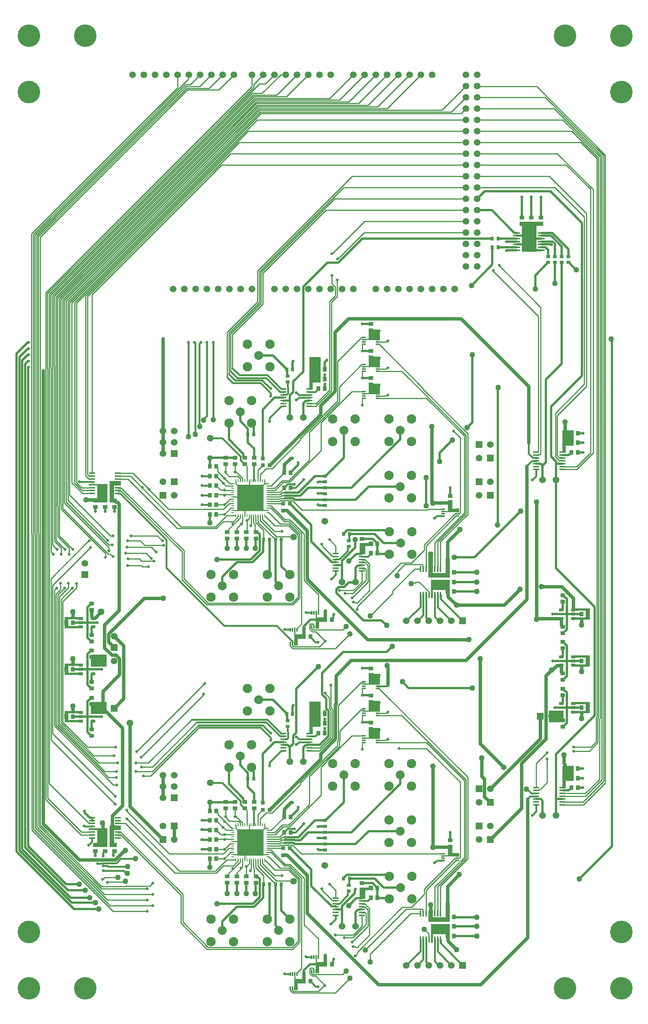
<source format=gbr>
%FSTAX23Y23*%
%MOIN*%
%SFA1B1*%

%IPPOS*%
%AMD19*
4,1,8,0.019700,-0.009800,0.019700,0.009800,0.017700,0.011800,-0.017700,0.011800,-0.019700,0.009800,-0.019700,-0.009800,-0.017700,-0.011800,0.017700,-0.011800,0.019700,-0.009800,0.0*
1,1,0.004016,0.017700,-0.009800*
1,1,0.004016,0.017700,0.009800*
1,1,0.004016,-0.017700,0.009800*
1,1,0.004016,-0.017700,-0.009800*
%
%ADD10R,0.041339X0.037401*%
%ADD11R,0.037401X0.031496*%
%ADD12R,0.062992X0.013780*%
%ADD13R,0.031496X0.037401*%
%ADD14R,0.058071X0.017716*%
%ADD15O,0.009843X0.029527*%
%ADD16O,0.029527X0.009843*%
%ADD17R,0.037401X0.041339*%
%ADD18R,0.033465X0.011811*%
G04~CAMADD=19~8~0.0~0.0~236.2~393.7~20.1~0.0~15~0.0~0.0~0.0~0.0~0~0.0~0.0~0.0~0.0~0~0.0~0.0~0.0~270.0~394.0~236.0*
%ADD19D19*%
%ADD20R,0.017716X0.058071*%
%ADD21R,0.011811X0.033465*%
%ADD22R,0.233858X0.233858*%
%ADD23R,0.035433X0.035433*%
%ADD24R,0.035433X0.035433*%
%ADD25C,0.010000*%
%ADD26C,0.020000*%
%ADD27C,0.015000*%
%ADD28C,0.030000*%
%ADD29C,0.200000*%
%ADD30C,0.059055*%
%ADD31C,0.200000*%
%ADD32C,0.082677*%
%ADD33R,0.059055X0.059055*%
%ADD34C,0.078740*%
%ADD35R,0.059055X0.059055*%
%ADD36C,0.025000*%
%ADD37C,0.059055*%
%ADD38C,0.050000*%
%LNcfd_2channel_copper_signal_top-1*%
%LPD*%
G36*
X04715Y06915D02*
X04655D01*
Y06685*
X04525*
Y06915*
X04505*
Y0695*
X04715*
Y06915*
G37*
G36*
X03265Y05929D02*
Y059D01*
X03105*
Y0591*
X03165*
Y05994*
X03265*
Y05929*
G37*
G36*
Y0569D02*
Y0566D01*
X03105*
Y0567*
X03165*
Y05755*
X03265*
Y0569*
G37*
G36*
X0274Y05525D02*
X0267D01*
Y0546*
X0264*
Y0575*
X0274*
Y05525*
G37*
G36*
X03265Y05449D02*
Y0542D01*
X03105*
Y0543*
X03165*
Y05514*
X03265*
Y05449*
G37*
G36*
X04985Y04965D02*
X04915D01*
Y049*
X04885*
Y05099*
X04985*
Y04965*
G37*
G36*
X00965Y0461D02*
X00905D01*
Y04495*
X0093*
Y0446*
X00865*
Y0465*
X00965*
Y0461*
G37*
G36*
X00845Y0446D02*
X0072D01*
Y04495*
X00755*
Y0461*
X0068*
Y04625*
X00845*
Y0446*
G37*
G36*
X0391Y04405D02*
X0397D01*
Y04375*
X0381*
Y04385*
X0387*
Y0448*
X0391*
Y04405*
G37*
G36*
X03205Y04075D02*
X03135D01*
Y04*
X03085*
Y041*
X03165*
Y04115*
X03205*
Y04075*
G37*
G36*
X03735Y03835D02*
X0385D01*
Y03965*
X03885*
Y03795*
X03695*
Y04025*
X03735*
Y03835*
G37*
G36*
X03885Y0365D02*
X0385D01*
Y03685*
X03735*
Y0361*
X0372*
Y03775*
X03885*
Y0365*
G37*
G36*
X0513Y0342D02*
X04965D01*
Y0344*
X05094*
Y035*
X04965*
Y0352*
X0513*
Y0342*
G37*
G36*
X0063Y03425D02*
X005D01*
Y03365*
X0063*
Y03345*
X00465*
Y03445*
X0063*
Y03425*
G37*
G36*
X02705Y0344D02*
X02775D01*
Y034*
X02725*
Y0334*
X02695*
Y035*
X02705*
Y0344*
G37*
G36*
X02515Y0329D02*
X02585D01*
Y0325*
X02535*
Y0319*
X02505*
Y0335*
X02515*
Y0329*
G37*
G36*
X0513Y03005D02*
X04965D01*
Y03025*
X05094*
Y03085*
X04965*
Y03105*
X0513*
Y03005*
G37*
G36*
X0084D02*
X007D01*
Y0311*
X0084*
Y03005*
G37*
G36*
X0063Y0301D02*
X005D01*
Y0295*
X0063*
Y0293*
X00465*
Y0303*
X0063*
Y0301*
G37*
G36*
X03265Y02875D02*
Y02845D01*
X03105*
Y02855*
X03165*
Y0294*
X03265*
Y02875*
G37*
G36*
Y02635D02*
Y02605D01*
X03105*
Y02615*
X03165*
Y027*
X03265*
Y02635*
G37*
G36*
X0513Y0259D02*
X04965D01*
Y0261*
X05094*
Y0267*
X04965*
Y0269*
X0513*
Y0259*
G37*
G36*
X0084Y02585D02*
X007D01*
Y0269*
X0084*
Y02585*
G37*
G36*
X04895Y0251D02*
X04765D01*
Y02615*
X04895*
Y0251*
G37*
G36*
X0063Y0259D02*
X005D01*
Y0253*
X0063*
Y0251*
X00465*
Y0261*
X0063*
Y0259*
G37*
G36*
X0274Y0247D02*
X0267D01*
Y02405*
X0264*
Y02695*
X0274*
Y0247*
G37*
G36*
X03265Y02395D02*
Y02365D01*
X03105*
Y02375*
X03165*
Y0246*
X03265*
Y02395*
G37*
G36*
X04985Y0199D02*
X04915D01*
Y01925*
X04885*
Y02125*
X04985*
Y0199*
G37*
G36*
X00965Y01555D02*
X00905D01*
Y0144*
X0093*
Y01405*
X00865*
Y01595*
X00965*
Y01555*
G37*
G36*
X00845Y01405D02*
X0072D01*
Y0144*
X00755*
Y01555*
X0068*
Y0157*
X00845*
Y01405*
G37*
G36*
X0391Y0135D02*
X0397D01*
Y0132*
X0381*
Y0133*
X0387*
Y01425*
X0391*
Y0135*
G37*
G36*
X03205Y0102D02*
X03135D01*
Y00945*
X03085*
Y01045*
X03165*
Y0106*
X03205*
Y0102*
G37*
G36*
X03885Y0074D02*
X03695D01*
Y0084*
X03735*
Y0078*
X0385*
Y0091*
X03885*
Y0074*
G37*
G36*
Y00595D02*
X0385D01*
Y0063*
X03735*
Y00555*
X0372*
Y0072*
X03885*
Y00595*
G37*
G36*
X02705Y00385D02*
X02775D01*
Y00345*
X02725*
Y00285*
X02695*
Y00445*
X02705*
Y00385*
G37*
G36*
X02515Y00235D02*
X02585D01*
Y00195*
X02535*
Y00135*
X02505*
Y00295*
X02515*
Y00235*
G37*
G54D10*
X04695Y06931D03*
Y06988D03*
X0461Y06931D03*
Y06988D03*
X04525Y06931D03*
Y06988D03*
X01895Y04801D03*
X0191Y04198D03*
X01895Y01746D03*
X0191Y01143D03*
X0389Y04518D03*
X03185Y06043D03*
Y05803D03*
Y05563D03*
X03105Y04138D03*
X0489Y03301D03*
Y03638D03*
Y03223D03*
X02165Y04141D03*
X0208D03*
X0489Y02886D03*
Y02808D03*
X03185Y02988D03*
Y02748D03*
Y02508D03*
X0489Y02471D03*
X0389Y01463D03*
X03105Y01083D03*
X02165Y01086D03*
X0208D03*
X02065Y04858D03*
X01895D03*
X0198D03*
X01995Y04141D03*
X0191D03*
X0091Y04421D03*
X0074D03*
X00825D03*
X00705Y03563D03*
Y03148D03*
Y03226D03*
Y02728D03*
Y02811D03*
Y02391D03*
X02065Y01803D03*
X0198D03*
X01895D03*
X01995Y01086D03*
X0191D03*
X00825Y01366D03*
X0091D03*
X0074D03*
X0215Y01803D03*
Y01746D03*
X03105Y01026D03*
X03185Y02691D03*
Y02451D03*
Y02931D03*
X01995Y01143D03*
X0198Y01746D03*
X0389Y01406D03*
X0208Y01143D03*
X02065Y01746D03*
X02165Y01143D03*
Y04198D03*
X02065Y04801D03*
X0208Y04198D03*
X0389Y04461D03*
X0198Y04801D03*
X01995Y04198D03*
X03185Y05986D03*
Y05506D03*
Y05746D03*
X03105Y04081D03*
X0215Y04858D03*
Y04801D03*
X0489Y02528D03*
X00705Y02671D03*
X0489Y02751D03*
X00705Y02448D03*
X0489Y03358D03*
Y02943D03*
Y03581D03*
Y03166D03*
X00705Y03506D03*
Y03091D03*
Y03283D03*
Y02868D03*
X0074Y04478D03*
X00825D03*
X0091D03*
X0074Y01423D03*
X00825D03*
X0091D03*
G54D11*
X0494Y06589D03*
Y0664D03*
X0482Y06589D03*
Y0664D03*
X0488Y06589D03*
Y0664D03*
X0476Y06589D03*
Y0664D03*
X02779Y04643D03*
Y04538D03*
Y04433D03*
Y01588D03*
Y01483D03*
Y01378D03*
Y01639D03*
X02445Y02525D03*
Y02474D03*
X02779Y01534D03*
X0299Y01065D03*
Y01014D03*
X02779Y01429D03*
Y04484D03*
X0299Y0412D03*
Y04069D03*
X02779Y04589D03*
X02445Y0558D03*
Y05529D03*
X02779Y04694D03*
G54D12*
X047Y06851D03*
Y06826D03*
Y068D03*
Y06775D03*
Y06749D03*
Y06723D03*
Y06698D03*
X04479D03*
Y06723D03*
Y06749D03*
Y06775D03*
Y068D03*
Y06826D03*
Y06851D03*
G54D13*
X04264Y06725D03*
X04315D03*
Y068D03*
X04264D03*
X0249Y0564D03*
X02145Y05065D03*
X02944Y0418D03*
X02285Y0413D03*
X0239D03*
X0249Y02585D03*
X02145Y0201D03*
X02944Y01125D03*
X02285Y01075D03*
X0239D03*
X02094Y0201D03*
X02339Y01075D03*
X02234D03*
X02439Y02585D03*
X02995Y01125D03*
Y0418D03*
X02439Y0564D03*
X02234Y0413D03*
X02339D03*
X02094Y05065D03*
G54D14*
X04654Y04804D03*
X02409Y05364D03*
Y02309D03*
X04654Y01829D03*
X02874Y03904D03*
Y00849D03*
X04654Y04753D03*
X02409Y05313D03*
X02874Y03853D03*
X04654Y01778D03*
X02409Y02258D03*
X02874Y00798D03*
X00709Y04642D03*
Y01664D03*
Y01638D03*
Y01587D03*
Y01485D03*
X04654Y04906D03*
Y04881D03*
Y04855D03*
Y0483D03*
Y04778D03*
X04885Y04753D03*
Y04778D03*
Y04804D03*
Y0483D03*
Y04855D03*
Y04881D03*
Y04906D03*
X02409Y02411D03*
Y02386D03*
Y0236D03*
Y02335D03*
Y02283D03*
X0264Y02258D03*
Y02283D03*
Y02309D03*
Y02335D03*
Y0236D03*
Y02386D03*
Y02411D03*
X02874Y00951D03*
Y00926D03*
Y009D03*
Y00875D03*
Y00823D03*
X03105Y00798D03*
Y00823D03*
Y00849D03*
Y00875D03*
Y009D03*
Y00926D03*
Y00951D03*
X02874Y04006D03*
Y03981D03*
Y03955D03*
Y0393D03*
Y03878D03*
X03105Y03853D03*
Y03878D03*
Y03904D03*
Y0393D03*
Y03955D03*
Y03981D03*
Y04006D03*
X02409Y05466D03*
Y05441D03*
Y05415D03*
Y0539D03*
Y05338D03*
X0264Y05313D03*
Y05338D03*
Y05364D03*
Y0539D03*
Y05415D03*
Y05441D03*
Y05466D03*
X04885Y01931D03*
Y01906D03*
Y0188D03*
Y01855D03*
Y01829D03*
Y01803D03*
Y01778D03*
X04654Y01803D03*
Y01855D03*
Y0188D03*
Y01906D03*
Y01931D03*
X0094Y0454D03*
Y04566D03*
Y04591D03*
Y04617D03*
Y04642D03*
Y04668D03*
Y04693D03*
Y04719D03*
X00709D03*
Y04693D03*
Y04668D03*
Y04617D03*
Y04591D03*
Y04566D03*
Y0454D03*
Y01511D03*
Y01536D03*
Y01562D03*
Y01613D03*
X0094Y01664D03*
Y01638D03*
Y01613D03*
Y01587D03*
Y01562D03*
Y01536D03*
Y01511D03*
Y01485D03*
G54D15*
X02026Y04344D03*
Y04655D03*
Y01289D03*
Y016D03*
X02242Y04655D03*
X02105D03*
X02065Y04344D03*
X02242Y016D03*
X02105D03*
X02065Y01289D03*
X01987Y04655D03*
Y016D03*
X02242Y01289D03*
X02223D03*
X02203D03*
X02183D03*
X02164D03*
X02144D03*
X02124D03*
X02105D03*
X02085D03*
X02046D03*
X02006D03*
X01987D03*
X02006Y016D03*
X02046D03*
X02065D03*
X02085D03*
X02124D03*
X02144D03*
X02164D03*
X02183D03*
X02203D03*
X02223D03*
Y04655D03*
X02203D03*
X02183D03*
X02164D03*
X02144D03*
X02124D03*
X02085D03*
X02065D03*
X02046D03*
X02006D03*
X01987Y04344D03*
X02006D03*
X02046D03*
X02085D03*
X02105D03*
X02124D03*
X02144D03*
X02164D03*
X02183D03*
X02203D03*
X02223D03*
X02242D03*
G54D16*
X01959Y0449D03*
Y01435D03*
X0227Y04627D03*
Y04391D03*
Y01572D03*
Y01336D03*
X01959Y04509D03*
Y04391D03*
Y01454D03*
Y01336D03*
Y01317D03*
Y01356D03*
Y01376D03*
Y01395D03*
Y01415D03*
Y01474D03*
Y01494D03*
Y01513D03*
Y01533D03*
Y01553D03*
Y01572D03*
X0227Y01553D03*
Y01533D03*
Y01513D03*
Y01494D03*
Y01474D03*
Y01454D03*
Y01435D03*
Y01415D03*
Y01395D03*
Y01376D03*
Y01356D03*
Y01317D03*
Y04372D03*
Y04411D03*
Y04431D03*
Y0445D03*
Y0447D03*
Y0449D03*
Y04509D03*
Y04529D03*
Y04549D03*
Y04568D03*
Y04588D03*
Y04608D03*
X01959Y04627D03*
Y04608D03*
Y04588D03*
Y04568D03*
Y04549D03*
Y04529D03*
Y0447D03*
Y0445D03*
Y04431D03*
Y04411D03*
Y04372D03*
G54D17*
X01813Y0444D03*
Y01385D03*
X05023Y05075D03*
Y0499D03*
Y04905D03*
X03243Y04095D03*
X05056Y0347D03*
X03923Y0384D03*
Y03755D03*
X03243Y0401D03*
X03923Y0367D03*
X02777Y05555D03*
Y0564D03*
Y0547D03*
X02473Y0459D03*
Y04725D03*
X02838Y0342D03*
X02648Y0327D03*
X05056Y03055D03*
Y0264D03*
X05023Y02015D03*
Y021D03*
Y0193D03*
X03923Y007D03*
Y00785D03*
Y00615D03*
X03243Y00955D03*
Y0104D03*
X02777Y025D03*
Y02585D03*
Y02415D03*
X02473Y01535D03*
Y0167D03*
X02838Y00365D03*
X02648Y00215D03*
X01756Y0478D03*
Y0461D03*
Y04695D03*
Y0444D03*
Y04525D03*
Y04355D03*
X00538Y03395D03*
Y0298D03*
Y0256D03*
X01756Y01725D03*
Y0164D03*
Y01555D03*
Y0147D03*
Y01385D03*
Y013D03*
X04966Y05075D03*
Y04905D03*
Y0499D03*
X0272Y02585D03*
Y025D03*
Y02415D03*
X03186Y0104D03*
Y00955D03*
X03866Y00785D03*
Y007D03*
Y00615D03*
X02781Y00365D03*
X02591Y00215D03*
X01813Y0147D03*
Y013D03*
X02416Y0167D03*
X01813Y01555D03*
Y0164D03*
Y01725D03*
X02416Y01535D03*
X01813Y0478D03*
Y04695D03*
Y0461D03*
X02416Y0459D03*
Y04725D03*
X01813Y04355D03*
Y04525D03*
X02591Y0327D03*
X02781Y0342D03*
X03866Y0367D03*
Y03755D03*
Y0384D03*
X03186Y0401D03*
Y04095D03*
X0272Y0547D03*
Y05555D03*
Y0564D03*
X05113Y0264D03*
X00481Y0256D03*
X05113Y0347D03*
Y03055D03*
X00481Y03395D03*
Y0298D03*
X04966Y0193D03*
Y02015D03*
Y021D03*
G54D18*
X03827Y0434D03*
X03122Y05865D03*
Y05385D03*
Y05625D03*
Y0281D03*
Y0257D03*
X03827Y01285D03*
X03122Y0233D03*
X03247Y02629D03*
Y02609D03*
Y0259D03*
Y0257D03*
X03122Y0259D03*
Y02609D03*
Y02629D03*
X03247Y02389D03*
Y02369D03*
Y0235D03*
Y0233D03*
X03122Y0235D03*
Y02369D03*
Y02389D03*
X03247Y02869D03*
Y02849D03*
Y0283D03*
Y0281D03*
X03122Y0283D03*
Y02849D03*
Y02869D03*
X03952Y01344D03*
Y01324D03*
Y01305D03*
Y01285D03*
X03827Y01305D03*
Y01324D03*
Y01344D03*
X03952Y04399D03*
Y04379D03*
Y0436D03*
Y0434D03*
X03827Y0436D03*
Y04379D03*
Y04399D03*
X03122Y05924D03*
Y05904D03*
Y05885D03*
X03247Y05865D03*
Y05885D03*
Y05904D03*
Y05924D03*
X03122Y05444D03*
Y05424D03*
Y05405D03*
X03247Y05385D03*
Y05405D03*
Y05424D03*
Y05444D03*
X03122Y05684D03*
Y05664D03*
Y05645D03*
X03247Y05625D03*
Y05645D03*
Y05664D03*
Y05684D03*
G54D19*
X04984Y0347D03*
Y03055D03*
Y0264D03*
X0061Y03395D03*
Y0298D03*
Y0256D03*
X04875Y02602D03*
Y02677D03*
X04984D03*
Y02602D03*
X0061Y02597D03*
Y02522D03*
X00719D03*
Y02597D03*
X04984Y03432D03*
Y03507D03*
X04875D03*
Y03432D03*
Y03017D03*
Y03092D03*
X04984D03*
Y03017D03*
X0061Y03432D03*
Y03357D03*
X00719D03*
Y03432D03*
X0061Y03017D03*
Y02942D03*
X00719D03*
Y03017D03*
G54D20*
X03702Y03639D03*
Y00584D03*
X03804Y00815D03*
X03778D03*
X03753D03*
X03727D03*
X03702D03*
X03676D03*
X03651D03*
X03625D03*
Y00584D03*
X03651D03*
X03676D03*
X03727D03*
X03753D03*
X03778D03*
X03804D03*
Y0387D03*
X03778D03*
X03753D03*
X03727D03*
X03702D03*
X03676D03*
X03651D03*
X03625D03*
Y03639D03*
X03651D03*
X03676D03*
X03727D03*
X03753D03*
X03778D03*
X03804D03*
G54D21*
X0266Y03482D03*
X0247Y03332D03*
X0266Y00427D03*
X0247Y00277D03*
X02719Y00302D03*
X02699D03*
X0268D03*
X0266D03*
X0268Y00427D03*
X02699D03*
X02719D03*
X02529Y00152D03*
X02509D03*
X0249D03*
X0247D03*
X0249Y00277D03*
X02509D03*
X02529D03*
Y03207D03*
X02509D03*
X0249D03*
X0247D03*
X0249Y03332D03*
X02509D03*
X02529D03*
X02719Y03357D03*
X02699D03*
X0268D03*
X0266D03*
X0268Y03482D03*
X02699D03*
X02719D03*
G54D22*
X02115Y045D03*
Y01445D03*
G54D23*
X02225Y01735D03*
X02287D03*
X02225Y01797D03*
Y0479D03*
X02287D03*
X02225Y04852D03*
G54D24*
X02405Y01395D03*
Y01332D03*
X02467Y01395D03*
X02405Y0445D03*
Y04387D03*
X02467Y0445D03*
G54D25*
X0129Y04165D02*
X01335Y0412D01*
X01055Y04165D02*
X0129D01*
X03681Y02278D02*
X0398Y0198D01*
X03436Y02278D02*
X03681D01*
X03679Y0233D02*
X04015Y01995D01*
X0403Y01305D02*
Y02001D01*
X03247Y0257D02*
X0346D01*
X04015Y01311D02*
Y01995D01*
X0346Y0257D02*
X0403Y02001D01*
X03247Y0233D02*
X03679D01*
X0342Y0381D02*
X03427Y03817D01*
Y03849*
X03487Y03909*
X03381Y03655D02*
Y03676D01*
X0318Y03453D02*
X03381Y03655D01*
X04825Y05255D02*
X0508Y05509D01*
Y06995*
X04825Y04864D02*
Y05255D01*
X04985Y0229D02*
X05138D01*
X04985Y02255D02*
X05125D01*
X052Y0233*
X05185Y02336D02*
Y02554D01*
X05138Y0229D02*
X05185Y02336D01*
X052Y0233D02*
Y02548D01*
X05252Y03907D02*
X05252Y03907D01*
X05207Y06971D02*
X05207D01*
X0497Y07755D02*
X05207Y07517D01*
X05267Y01972D02*
Y04473D01*
X05215Y02542D02*
X05222Y02549D01*
X04891Y07855D02*
X05222Y07524D01*
X05222Y03555D02*
D01*
X05222Y06972D02*
X05222D01*
X05252Y01987D02*
Y03907D01*
X0509Y0188D02*
X05215Y02005D01*
X05192Y06969D02*
Y07511D01*
X05267Y04473D02*
Y07542D01*
X05215Y02005D02*
Y02542D01*
X05207Y06971D02*
Y07517D01*
X05237Y02002D02*
Y03561D01*
X05185Y02554D02*
X05192Y02562D01*
X05267Y04473D02*
X05267Y04473D01*
X05192Y03542D02*
Y06969D01*
X05048Y07655D02*
X05192Y07511D01*
X0509Y01855D02*
X05237Y02002D01*
X05207Y03548D02*
D01*
X05192Y06969D02*
D01*
X05207Y03548D02*
Y06971D01*
X05192Y03542D02*
X05192Y03542D01*
X05237Y03561D02*
Y03561D01*
X052Y02548D02*
X05207Y02555D01*
X05073Y01778D02*
X05267Y01972D01*
X05222Y06972D02*
Y07524D01*
X05222Y03555D02*
Y06972D01*
X05068Y01803D02*
X05252Y01987D01*
X05252Y03907D02*
Y07536D01*
X05222Y02549D02*
Y03555D01*
X05192Y02562D02*
Y03542D01*
X05207Y02555D02*
Y03548D01*
X05237Y03561D02*
Y06971D01*
X05237D02*
Y0753D01*
Y06971D02*
X05237D01*
X05135Y049D02*
Y0724D01*
X04885Y04753D02*
X05013D01*
X0516Y049D02*
Y07236D01*
X05013Y04778D02*
X05135Y049D01*
X05013Y04753D02*
X0516Y049D01*
X04841Y07555D02*
X0516Y07236D01*
X04885Y04778D02*
X05013D01*
X0492Y07454D02*
X05135Y0724D01*
X0466Y08149D02*
X05267Y07542D01*
X04733Y08055D02*
X05252Y07536D01*
X04654Y01906D02*
X04658Y0191D01*
X04684D02*
X0475Y01975D01*
Y02185*
X04658Y0191D02*
X04684D01*
X02489Y04477D02*
X02489D01*
X03694Y04399D02*
X03827D01*
X03689Y04395D02*
X03694Y04399D01*
X02572Y04395D02*
X03689D01*
X02489Y04477D02*
X02572Y04395D01*
X03258Y05864D02*
X03651Y05471D01*
Y05463D02*
X04045Y0507D01*
X03651Y05463D02*
Y05471D01*
X03247Y05865D02*
X03247Y05864D01*
X03258*
X04045Y04354D02*
Y0507D01*
X0346Y05625D02*
X0403Y05056D01*
X03247Y05385D02*
X03679D01*
X04015Y0505*
Y04366D02*
Y0505D01*
X0403Y0436D02*
Y05056D01*
X03247Y05625D02*
X0346D01*
X04272Y06512D02*
X04673Y06111D01*
Y0491D02*
Y06111D01*
X0284Y064D02*
X02869Y06371D01*
X0284Y064D02*
Y06475D01*
X02835Y0666D02*
X0313Y06955D01*
X0403*
X02869Y06294D02*
Y06371D01*
X03125Y06855D02*
X0403D01*
X02895Y06625D02*
X03125Y06855D01*
X02885Y06288D02*
Y06435D01*
X04325Y06559D02*
Y06565D01*
Y06559D02*
X04693Y06191D01*
X0482Y07254D02*
X0508Y06995D01*
X0484Y0523D02*
X05099Y0549D01*
Y07025*
X0477Y07355D02*
X05099Y07025D01*
X04654Y04881D02*
X04658Y04885D01*
X04684*
X04693Y04893*
X04654Y04906D02*
X04669D01*
X04673Y0491*
X04693Y06191D02*
X04693Y04893D01*
X0413Y07254D02*
X0482D01*
X0413Y07355D02*
X0477D01*
X0484Y04874D02*
Y0523D01*
X04881Y04859D02*
X04885Y04855D01*
X04881Y04833D02*
X04885Y0483D01*
X0484Y04874D02*
X04855Y04859D01*
X04825Y04864D02*
X04855Y04833D01*
X04881*
X04855Y04859D02*
X04881D01*
X04885Y0188D02*
X0509D01*
X04885Y01855D02*
X0509D01*
X04885Y01803D02*
X05068D01*
X04885Y01778D02*
X05073D01*
X03016Y05444D02*
X03122D01*
X02905Y05353D02*
Y05484D01*
X02793Y05221D02*
X03016Y05444D01*
X02793Y05217D02*
Y05221D01*
X02742Y05166D02*
X02793Y05217D01*
X02905Y05484D02*
X03104Y05683D01*
X02778Y05227D02*
X02905Y05353D01*
X0289Y0536D02*
Y05709D01*
X03104Y05923*
X02763Y05233D02*
X0289Y0536D01*
X02835Y06238D02*
X02885Y06288D01*
X02835Y05453D02*
Y06238D01*
X02695Y05313D02*
X02835Y05453D01*
X0282Y05459D02*
Y06245D01*
X0264Y05338D02*
X02699D01*
X0282Y05459*
Y06245D02*
X02869Y06294D01*
X01827Y04735D02*
X01886Y04675D01*
X01934Y04627*
X0413Y07454D02*
X0492D01*
X0413Y07555D02*
X04841D01*
X0413Y07655D02*
X05048D01*
X0413Y07755D02*
X0497D01*
X0413Y07855D02*
X04891D01*
X0413Y07955D02*
X04812D01*
X0413Y08055D02*
X04733D01*
X0413Y08154D02*
X04135Y08149D01*
X0466*
X04812Y07955D02*
X05237Y0753D01*
X02225Y06495D02*
X02785Y07055D01*
X02225Y06222D02*
Y06495D01*
X01955Y05952D02*
X02225Y06222D01*
X0221Y06228D02*
Y06501D01*
X02863Y07155D02*
X0403D01*
X02195Y06234D02*
Y06507D01*
X0221Y06501D02*
X02863Y07155D01*
X0218Y06513D02*
X03021Y07355D01*
X02942Y07254D02*
X0403D01*
X02785Y07055D02*
X0403D01*
X03021Y07355D02*
X0403D01*
X0218Y06241D02*
Y06513D01*
X02195Y06507D02*
X02942Y07254D01*
X01955Y05657D02*
Y05952D01*
X01925Y05964D02*
X02195Y06234D01*
X0194Y05958D02*
X0221Y06228D01*
X0191Y05971D02*
X0218Y06241D01*
X0194Y05627D02*
Y05958D01*
X0191Y0557D02*
Y05971D01*
X01925Y05601D02*
Y05964D01*
X0067Y06286D02*
X01938Y07555D01*
X0403*
X00654Y06292D02*
X02017Y07655D01*
X0403*
X00572Y06231D02*
X02096Y07755D01*
X0403*
X02175Y07855D02*
X0403D01*
X00555Y06234D02*
X02175Y07855D01*
X03985Y0791D02*
X0403Y07955D01*
X0053Y06231D02*
X02208Y0791D01*
X03985*
X0051Y06232D02*
X02202Y07925D01*
X039D02*
X0403Y08055D01*
X02202Y07925D02*
X039D01*
X00495Y06238D02*
X02196Y07939D01*
X03815D02*
X0403Y08154D01*
X02196Y07939D02*
X03815D01*
X00464Y0625D02*
X02184Y0797D01*
X00434Y06263D02*
X02171Y08D01*
X0048Y06244D02*
X0219Y07955D01*
X00389Y06281D02*
X02153Y08045D01*
X00374Y06288D02*
X02146Y0806D01*
X0222Y08089D02*
X02385Y08254D01*
X0282Y08045D02*
X0303Y08255D01*
X00449Y06257D02*
X02177Y07985D01*
X00404Y06275D02*
X02159Y0803D01*
X02165Y08014D02*
X0299D01*
X02171Y08D02*
X03075D01*
X02159Y0803D02*
X02905D01*
X02435Y0806D02*
X0263Y08255D01*
X03075Y08D02*
X0333Y08255D01*
X00359Y06294D02*
X0214Y08075D01*
X0235D02*
X0253Y08255D01*
X0316Y07985D02*
X0343Y08255D01*
X02177Y07985D02*
X0316D01*
X0214Y08075D02*
X0235D01*
X02146Y0806D02*
X02435D01*
X00419Y06269D02*
X02165Y08014D01*
X0333Y07955D02*
X0363Y08255D01*
X0299Y08014D02*
X0323Y08255D01*
X0219Y07955D02*
X0333D01*
X02905Y0803D02*
X0313Y08255D01*
X02134Y08089D02*
X0222D01*
X00344Y063D02*
X02134Y08089D01*
X02184Y0797D02*
X03245D01*
X0353Y08255*
X02153Y08045D02*
X0282D01*
X00329Y05652D02*
Y06306D01*
X00572Y04635D02*
Y06231D01*
X00329Y06306D02*
X02197Y08173D01*
X00464Y04456D02*
Y0625D01*
X0053Y04635D02*
Y06231D01*
X00404Y04432D02*
Y06275D01*
X0051Y04528D02*
Y06232D01*
X0067Y04706D02*
Y06286D01*
X0048Y04463D02*
Y06244D01*
X00555Y04631D02*
Y06234D01*
X00299Y06284D02*
Y06319D01*
X00314Y05646D02*
Y06313D01*
X00495Y0448D02*
Y06238D01*
X00344Y05658D02*
Y063D01*
X00449Y0445D02*
Y06257D01*
X00374Y05671D02*
Y06288D01*
X00709Y04719D02*
Y06304D01*
X00434Y04444D02*
Y06263D01*
X01859Y07454D02*
X04029D01*
X02197Y08173D02*
X02248D01*
X00419Y04438D02*
Y06269D01*
X00654Y04696D02*
Y06292D01*
X00389Y05677D02*
Y06281D01*
X02145Y08143D02*
Y0817D01*
X00299Y06319D02*
X0213Y08149D01*
X00709Y06304D02*
X01859Y07454D01*
X00359Y05665D02*
Y06294D01*
X00314Y06313D02*
X02145Y08143D01*
X0213Y08149D02*
Y08255D01*
X00654Y04696D02*
X00679Y04672D01*
X02145Y0817D02*
X0223Y08255D01*
X0062Y04566D02*
X00709D01*
X00555Y04631D02*
X00557Y04629D01*
Y04629D02*
Y04629D01*
X0061Y04576D02*
X0061D01*
X0062Y04566*
X00557Y04629D02*
X0061Y04576D01*
X00705Y01617D02*
X00709Y01613D01*
X00315Y01838D02*
Y05646D01*
X00679Y01617D02*
X00705D01*
X0033Y01966D02*
X00679Y01617D01*
X00315Y01838D02*
X00616Y01536D01*
X00709*
X00329Y05652D02*
X0033D01*
X00405Y04158D02*
X00505Y04058D01*
X00345Y0402D02*
Y05658D01*
X00314Y05646D02*
X00315D01*
X0036Y04085D02*
Y05665D01*
X0033Y01966D02*
Y05652D01*
X00389Y05677D02*
X0039D01*
X00344Y05658D02*
X00345Y05658D01*
X00375Y04118D02*
Y05671D01*
X0039Y04125D02*
Y05677D01*
X00374Y05671D02*
X00375Y05671D01*
X00505Y04D02*
Y04058D01*
X00359Y05665D02*
X0036D01*
X00405Y04158D02*
Y04432D01*
X0042Y04165D02*
Y04438D01*
X00375Y04118D02*
X00435Y04058D01*
X00404Y04432D02*
X00405D01*
X00435Y04D02*
Y04058D01*
X00419Y04438D02*
X0042D01*
X04029Y07454D02*
X0403D01*
X00189Y06838D02*
X0145Y08099D01*
X00234Y0682D02*
X01549Y08135D01*
X0019Y01565D02*
X0087Y00885D01*
X00189Y06838D02*
X0019Y01565D01*
X00219Y06826D02*
X0022Y01585D01*
X00174Y06844D02*
X00175Y01555D01*
X00234Y0682D02*
X00235Y01593D01*
X00793Y01035*
X00205Y01575D02*
X00845Y00935D01*
X00175Y01555D02*
X00895Y00835D01*
X00204Y06832D02*
X00205Y01575D01*
X00174Y06844D02*
X0144Y0811D01*
X0022Y01585D02*
X0082Y00985D01*
X00204Y06832D02*
X01461Y08088D01*
X00219Y06826D02*
X01471Y08078D01*
X01549Y08135D02*
X0175D01*
X0025Y01599D02*
Y06813D01*
Y01599D02*
X00794Y01055D01*
X0025Y06813D02*
X01556Y0812D01*
X01925Y05601D02*
X01927Y05599D01*
X0194Y05627D02*
X01942Y05625D01*
X01955Y05657D02*
X01957Y05654D01*
X00679Y04672D02*
X00705D01*
X00709Y04668*
X02248Y08173D02*
X0233Y08255D01*
X02385Y08254D02*
X02429D01*
X0243Y08255*
X00613Y01511D02*
X00709D01*
X003Y01825D02*
X00613Y01511D01*
X00299Y06284D02*
X003Y01825D01*
X0145Y08099D02*
X01567Y08216D01*
Y08252D02*
X0157Y08255D01*
X01567Y08216D02*
Y08252D01*
X01835Y0812D02*
X0197Y08255D01*
X01556Y0812D02*
X01835D01*
X0175Y08135D02*
X0187Y08255D01*
X01539Y08167D02*
X01582D01*
X0167Y08255*
X01667Y08152D02*
X0177Y08255D01*
X01461Y08088D02*
X01539Y08167D01*
X01471Y08078D02*
X01545Y08152D01*
X01667*
X0147Y0814D02*
Y08255D01*
X0144Y0811D02*
X0147Y0814D01*
X012Y00835D02*
X012Y00835D01*
X00895Y00835D02*
X012D01*
X0087Y00885D02*
X0125D01*
X00858Y04085D02*
X0089D01*
X0048Y04463D02*
X00858Y04085D01*
X00435Y04401D02*
X0083Y04006D01*
X00435Y04401D02*
Y04444D01*
X00434D02*
X00435D01*
X0053Y04635D02*
X00625Y0454D01*
X00616Y04591D02*
X00709D01*
X00572Y04635D02*
X00616Y04591D01*
X0045Y04408D02*
Y0445D01*
X00449D02*
X0045D01*
X00464Y04456D02*
X00851Y0407D01*
X00625Y0454D02*
X00709D01*
X00679Y04697D02*
X00705D01*
X00709Y04693*
X0067Y04706D02*
X00679Y04697D01*
X01813Y01638D02*
X01898Y01553D01*
X01827Y01695D02*
X01949Y01572D01*
X00851Y0407D02*
X0086Y04061D01*
X00851Y0407D02*
X00851D01*
X0083Y03975D02*
Y04006D01*
X0198Y0474D02*
X02046Y04673D01*
X0198Y0474D02*
Y04801D01*
X01697Y02757D02*
X017Y0276D01*
X01145Y022D02*
X01697Y02752D01*
Y02757*
X02907Y0368D02*
X0303D01*
X03066Y03538D02*
X03453Y03924D01*
X03063Y0351D02*
X03066Y03513D01*
Y03538*
X0278Y02765D02*
X02815Y0273D01*
Y02635D02*
Y0273D01*
X0278Y02765D02*
Y0277D01*
X0264Y02283D02*
X02734D01*
X0264Y02258D02*
X0273D01*
X02815Y02635D02*
X0283Y0262D01*
Y02379D02*
Y0262D01*
X02734Y02283D02*
X0283Y02379D01*
X0273Y02258D02*
X02845Y02373D01*
X0291Y02346D02*
Y02434D01*
X0283Y02642D02*
X02845Y02626D01*
X0283Y02642D02*
Y0284D01*
X02905Y02298D02*
Y0234D01*
X02845Y02373D02*
Y02626D01*
X0291Y02434D02*
X03104Y02628D01*
X0289Y02305D02*
Y02347D01*
X02905Y0234D02*
X0291Y02346D01*
X02895Y02659D02*
X03104Y02868D01*
X0289Y02347D02*
X02895Y02352D01*
Y02659*
X03122Y02628D02*
X03122Y02629D01*
X03104Y02628D02*
X03122D01*
X00793Y01035D02*
X012D01*
X00794Y01055D02*
X0101D01*
X0036Y0241D02*
Y03725D01*
Y0241D02*
X00915Y01855D01*
X00345Y02355D02*
X00915Y01785D01*
X00345Y02355D02*
Y03785D01*
X00673Y04113*
X0036Y03725D02*
X00695Y0406D01*
X01897Y04722D02*
X0193Y0469D01*
X01895Y04725D02*
X01897Y04723D01*
Y04722D02*
Y04723D01*
X01895Y04725D02*
Y04801D01*
Y04725D02*
X01895D01*
X01934Y04627D02*
X01959D01*
X01813Y0478D02*
X01827Y04766D01*
Y04735D02*
Y04766D01*
X0193Y0469D02*
X02008D01*
X02124Y04259D02*
Y04344D01*
X02124Y04344*
X0212Y04255D02*
X02124Y04259D01*
X02164Y04283D02*
X02234Y04213D01*
X02155Y04206D02*
Y04269D01*
X02144Y04279D02*
X02155Y04269D01*
Y04206D02*
X02163Y04198D01*
X02164Y04283D02*
Y04344D01*
X02234Y0413D02*
Y04213D01*
X02144Y04279D02*
Y04344D01*
X02183Y04285D02*
X02325Y04143D01*
X02339Y0413D02*
Y04132D01*
X02328Y04143D02*
X02339Y04132D01*
X02325Y04143D02*
X02328D01*
X02183Y04285D02*
Y04344D01*
X0045Y04408D02*
X00856Y04001D01*
X00873*
X0082Y00985D02*
X0125D01*
X00845Y00935D02*
X012D01*
X0101Y01055D02*
X01012Y01057D01*
X01Y01095D02*
X01005Y011D01*
X0085Y01095D02*
X01D01*
X00845Y0109D02*
X0085Y01095D01*
X01012Y01057D02*
X01222D01*
X0125Y01085*
X02034Y01214D02*
Y01217D01*
X01995Y01175D02*
X02034Y01214D01*
X0215Y01156D02*
X02163Y01143D01*
X0215Y01156D02*
Y01212D01*
X02144Y01217D02*
X0215Y01212D01*
X02115Y01195D02*
Y01205D01*
X02144Y01217D02*
Y01289D01*
X02124Y01215D02*
Y01289D01*
X02115Y01205D02*
X02124Y01215D01*
X02164Y01219D02*
X02234Y01149D01*
Y01075D02*
Y01149D01*
X02164Y01219D02*
Y01289D01*
X02183Y0123D02*
Y01289D01*
X02339Y01075D02*
Y01077D01*
X02325Y01088D02*
X02328D01*
X02339Y01077*
X02183Y0123D02*
X02325Y01088D01*
X0208Y01143D02*
Y0123D01*
X02105Y01255D02*
Y01289D01*
X0208Y0123D02*
X02105Y01255D01*
X00802Y01117D02*
X00806D01*
X00824Y01135D02*
X0094D01*
X00806Y01117D02*
X00824Y01135D01*
X0094Y01511D02*
X00944Y01507D01*
X015Y0073D02*
Y00978D01*
X0097Y01532D02*
X01515Y00988D01*
Y0074D02*
Y00988D01*
X0097Y01507D02*
X015Y00978D01*
X0094Y01536D02*
X00944Y01532D01*
X0097*
X00944Y01507D02*
X0097D01*
X01006Y01613D02*
X01445Y01175D01*
X01813*
X0094Y01613D02*
X01006D01*
X0102Y01655D02*
X01485Y0119D01*
X01806*
X01306Y0143D02*
X01309D01*
X01395Y01345D02*
X01876D01*
X0102Y0173D02*
X01022Y01727D01*
Y01717D02*
Y01727D01*
X013Y01436D02*
X01306Y0143D01*
X013Y01436D02*
Y01439D01*
X01309Y0143D02*
X01395Y01345D01*
X01022Y01717D02*
X013Y01439D01*
X01818Y01474D02*
X01959D01*
X0198Y01685D02*
X02046Y01618D01*
X01818Y04529D02*
X01959D01*
X01895Y0167D02*
X01895D01*
X01895D02*
Y01746D01*
X01924Y01169D02*
X02005Y0125D01*
X01924Y04224D02*
X02005Y04305D01*
X01052Y04693D02*
X01501Y04245D01*
X0092Y04719D02*
X01073D01*
X02065Y01289D02*
Y01395D01*
X01959Y01454D02*
X02105D01*
Y016*
X02065Y04344D02*
Y0445D01*
X01959Y04509D02*
X02105D01*
Y04655*
X01813Y01553D02*
X01852Y01514D01*
X01884D02*
X01885Y01515D01*
X01852Y01514D02*
X01884D01*
X01959Y01513D02*
X01959Y01513D01*
X01886Y01513D02*
X01959D01*
X01885Y01515D02*
X01886Y01513D01*
X01813Y04608D02*
X01852Y04569D01*
X01884*
X01885Y0457*
X01959Y04568D02*
X01959Y04568D01*
X01886Y04568D02*
X01959D01*
X01885Y0457D02*
X01886Y04568D01*
X01896Y04608D02*
X01959D01*
X01813Y04693D02*
X01875Y04631D01*
X01813Y04693D02*
Y04695D01*
X01875Y0463D02*
X01896Y04608D01*
X01875Y0463D02*
Y04631D01*
X02085Y04203D02*
Y043D01*
X02105Y0432D02*
Y04344D01*
X02085Y043D02*
X02105Y0432D01*
X0208Y04198D02*
X02085Y04203D01*
X00345Y0402D02*
X00365Y04D01*
X0039Y04125D02*
X0047Y04045D01*
X0042Y04165D02*
X0054Y04045D01*
X0036Y04085D02*
X004Y04045D01*
X0045Y0358D02*
X00573Y03703D01*
X0045Y0251D02*
Y0358D01*
X00573Y03703D02*
Y03742D01*
X00533Y037D02*
X00535D01*
X00435Y03601D02*
X00533Y037D01*
X0042Y03623D02*
X005Y03703D01*
Y03745*
X00405Y0364D02*
X00465Y037D01*
X0042Y02498D02*
Y03623D01*
X00405Y02492D02*
Y0364D01*
X0039Y03647D02*
X0043Y03687D01*
Y03745*
X0039Y02486D02*
Y03647D01*
X00375Y0368D02*
X00395Y037D01*
X00375Y02479D02*
Y0368D01*
X00435Y02504D02*
Y03601D01*
X00375Y02479D02*
X00899Y01955D01*
X0039Y02486D02*
X00856Y0202D01*
X00925*
X00899Y01955D02*
X0093D01*
X00405Y02492D02*
X00822Y02075D01*
X00925*
X0042Y02498D02*
X00768Y0215D01*
X00935*
X00435Y02504D02*
X00724Y02215D01*
X00905*
X0045Y0251D02*
X0067Y0229D01*
X0092*
X00673Y04113D02*
X0068Y0412D01*
X00685*
X00673Y04113D02*
X00673D01*
X01165Y02035D02*
X0123D01*
X0166Y02465*
X011Y02075D02*
X01245D01*
X01655Y02485*
X0115Y02115D02*
X01245D01*
X0164Y0251*
X011Y0215D02*
X0121D01*
X01595Y02535*
X01105Y0225D02*
X0171Y02855D01*
X00495Y0448D02*
X0085Y04125D01*
X0051Y04528D02*
X00873Y04165D01*
X0086Y0403D02*
Y04061D01*
X00873Y04165D02*
X00895D01*
X00873Y04001D02*
X00895Y0398D01*
X01025Y039D02*
X01145D01*
X01155Y0389*
X0103Y0396D02*
X0113D01*
X0115Y0394*
X0119Y0401D02*
X01235Y03964D01*
X0101Y0401D02*
X0119D01*
X0102Y04065D02*
X01235D01*
X0128Y04019*
X01139Y0412D02*
X01177Y04082D01*
X01025Y0412D02*
X01139D01*
X01177Y04082D02*
X01345D01*
X04654Y02144D02*
X0475Y0224D01*
X04654Y01931D02*
Y02144D01*
X0264Y05313D02*
X02695D01*
X01501Y04245D02*
X01806D01*
X0094Y04693D02*
X01052D01*
X01029Y04668D02*
X01467Y0423D01*
X0094Y04668D02*
X01029D01*
X01467Y0423D02*
X01813D01*
X01073Y04719D02*
X01216Y04576D01*
Y04575D02*
Y04576D01*
Y04575D02*
X01391Y044D01*
X01876*
X0097Y04587D02*
X01525Y04033D01*
X0151Y03775D02*
Y04023D01*
X0094Y04591D02*
X00944Y04587D01*
X01525Y03785D02*
Y04033D01*
X00944Y04587D02*
X0097D01*
X0097Y04562D02*
X0151Y04023D01*
X03698Y00588D02*
Y00636D01*
X0366Y00675D02*
X03698Y00636D01*
Y00588D02*
X03702Y00584D01*
X03539Y00815D02*
X03625D01*
X0305Y00515D02*
X03065D01*
X0318Y00455D02*
X03539Y00815D01*
X0318Y00385D02*
Y00455D01*
X03065Y00458D02*
Y0047D01*
X03046Y00439D02*
X03065Y00458D01*
X03046Y00438D02*
Y00439D01*
X03046Y00519D02*
X0305Y00515D01*
X0303Y00519D02*
X03046D01*
X03028Y00521D02*
X0303Y00519D01*
X03065Y0047D02*
X03464Y00869D01*
X03753Y00815D02*
Y0105D01*
X04015Y01311*
X03676Y00815D02*
Y0102D01*
X03941Y01285*
X0302Y0056D02*
X03159Y00699D01*
X03065Y00515D02*
X03174Y00624D01*
X0287Y00625D02*
X0303D01*
X0303Y03574D02*
X03046D01*
X03028Y03576D02*
X0303Y03574D01*
X03046D02*
X0305Y0357D01*
X02957Y03655D02*
X03027D01*
X03579Y03748D02*
X03586Y03755D01*
X03547Y03748D02*
X03579D01*
X03542Y03742D02*
X03547Y03748D01*
X0305Y0357D02*
X03065D01*
X03453Y03924D02*
X03547D01*
X03065Y0357D02*
X03174Y03679D01*
Y03913*
X03575Y0387D02*
X03625D01*
X03381Y03676D02*
X03575Y0387D01*
X0366Y04037D02*
Y04085D01*
X03547Y03924D02*
X0366Y04037D01*
X03675Y04074D02*
X03941Y0434D01*
X0366Y04085D02*
X03934Y04359D01*
X03675Y03955D02*
Y04074D01*
X03753Y04105D02*
X04015Y04366D01*
X03753Y0387D02*
Y04105D01*
X03675Y03955D02*
X03676Y03953D01*
Y0387D02*
Y03953D01*
X03487Y03909D02*
X03638D01*
X03586Y03755D02*
X03612D01*
X0302Y03615D02*
X03159Y03754D01*
X02494Y03165D02*
X0287D01*
X025Y0318D02*
X0273D01*
X0287Y03165D02*
X03Y03295D01*
X0273Y0318D02*
X0278Y0323D01*
X02644Y0028D02*
Y00323D01*
X0265Y00329D02*
X0267D01*
X02644Y00323D02*
X0265Y00329D01*
Y03384D02*
X0267D01*
X02644Y03335D02*
Y03378D01*
X0265Y03384*
X01731Y03553D02*
X02492D01*
X01741Y03568D02*
X02486D01*
X01525Y03785D02*
X01741Y03568D01*
X0151Y03775D02*
X01731Y03553D01*
X0094Y04566D02*
X00944Y04562D01*
X0097*
X02695Y03315D02*
X0278Y0323D01*
X02644Y03335D02*
X02665Y03315D01*
X0267Y03384D02*
X02679Y03375D01*
X02665Y03315D02*
X02695D01*
X02671Y0333D02*
X02935D01*
X02965Y0336*
X02661Y03339D02*
X02671Y0333D01*
X03934Y04359D02*
X03951D01*
X03952Y0436*
X02763Y00168D02*
X02772Y00176D01*
X0272Y00125D02*
X02763Y00168D01*
X025Y00125D02*
X0272D01*
X02772Y00176D02*
Y00182D01*
X02763Y00168D02*
X02763D01*
X02644Y0028D02*
X02665Y0026D01*
X0267Y00329D02*
X02679Y0032D01*
X02665Y0026D02*
X02695D01*
X02772Y00182*
X03464Y00869D02*
X03547D01*
X03661Y00984*
Y01031*
X03934Y01304*
X03951*
X03952Y01305*
X03499Y00854D02*
X03638D01*
X03135Y0049D02*
X03499Y00854D01*
X02679Y00303D02*
Y0032D01*
Y00303D02*
X0268Y00302D01*
X02491Y00134D02*
Y00152D01*
Y00134D02*
X025Y00125D01*
X02471Y00133D02*
X02494Y0011D01*
X0249Y00152D02*
X02491Y00152D01*
X0287Y0011D02*
X03Y0024D01*
X02471Y00133D02*
Y00152D01*
X02494Y0011D02*
X0287D01*
X02679Y03358D02*
Y03375D01*
Y03358D02*
X0268Y03357D01*
X02491Y03189D02*
Y03207D01*
X0249Y03207D02*
X02491Y03207D01*
Y03189D02*
X025Y0318D01*
X02471Y03188D02*
X02494Y03165D01*
X02471Y03188D02*
Y03207D01*
X015Y0073D02*
X01731Y00498D01*
X01515Y0074D02*
X01741Y00513D01*
X02486*
X01155Y0389D02*
X0121D01*
X0115Y0394D02*
X0126D01*
X02416Y01668D02*
Y0167D01*
Y01533D02*
Y01535D01*
X02065Y01746D02*
X02066D01*
X03109Y00896D02*
X03135D01*
X03105Y009D02*
X03109Y00896D01*
X03174Y00624D02*
Y00858D01*
X03135Y00896D02*
X03174Y00858D01*
X03109Y00871D02*
X03135D01*
X03105Y00875D02*
X03109Y00871D01*
X03159Y00699D02*
Y00847D01*
X03135Y00871D02*
X03159Y00847D01*
X03109Y00819D02*
X03135D01*
X03105Y00823D02*
X03109Y00819D01*
X03144Y00717D02*
Y00811D01*
X03027Y006D02*
X03144Y00717D01*
X03135Y00819D02*
X03144Y00811D01*
X0295Y006D02*
X03027D01*
X03105Y00699D02*
Y00798D01*
X0303Y00625D02*
X03105Y00699D01*
X02757Y01016D02*
Y01027D01*
X0287Y0093D02*
X02874Y00926D01*
X02844Y0093D02*
X0287D01*
X0275Y01035D02*
X02757Y01027D01*
Y01016D02*
X02844Y0093D01*
X02874Y00951D02*
Y0102D01*
X0282Y01075D02*
X02874Y0102D01*
X03112Y0257D02*
X03122D01*
X03111Y02569D02*
X03112Y0257D01*
X03111Y02511D02*
Y02569D01*
X0311Y0251D02*
X03111Y02511D01*
X03778Y01054D02*
X0403Y01305D01*
X03778Y00815D02*
Y01054D01*
X03112Y0233D02*
X03122D01*
X03111Y02329D02*
X03112Y0233D01*
X03111Y02271D02*
Y02329D01*
X0311Y0227D02*
X03111Y02271D01*
X03647Y00819D02*
Y00845D01*
Y00819D02*
X03651Y00815D01*
X03638Y00854D02*
X03647Y00845D01*
X0266Y00302D02*
X02661Y00302D01*
Y00284D02*
Y00302D01*
X02935Y00275D02*
X02965Y00305D01*
X02661Y00284D02*
X02671Y00275D01*
X02935*
X0247Y00152D02*
X02471Y00152D01*
X03804Y01058D02*
X04045Y01299D01*
Y02023*
X03804Y00815D02*
Y01058D01*
X03247Y0281D02*
X03257D01*
X04045Y02023*
X03112Y0281D02*
X03122D01*
X03111Y02809D02*
X03112Y0281D01*
X03111Y02751D02*
Y02809D01*
X0311Y0275D02*
X03111Y02751D01*
X03941Y01285D02*
X03952D01*
X0398Y01315D02*
Y0198D01*
X0397Y01306D02*
X0398Y01315D01*
X03952Y01306D02*
X0397D01*
X03952Y01305D02*
X03952Y01306D01*
X0333Y0236D02*
X03335D01*
X0333Y026D02*
X03335D01*
X03321Y0259D02*
X0333Y026D01*
X03321Y0235D02*
X0333Y0236D01*
X03247Y0259D02*
X03321D01*
X03247Y0235D02*
X03321D01*
X02115Y01445D02*
X02158Y01488D01*
X02071D02*
X02105Y01454D01*
X02158Y01401D02*
X02201Y01358D01*
X02115Y01445D02*
X02158Y01401D01*
X02071D02*
X02115Y01445D01*
X02065Y01395D02*
X02071Y01401D01*
X02028Y01358D02*
X02065Y01395D01*
X02252Y01279D02*
X02332Y012D01*
X02455*
X02242Y01279D02*
X02243Y01279D01*
X02252*
X02539Y00566D02*
Y01116D01*
X02486Y00513D02*
X02539Y00566D01*
X02455Y012D02*
X02539Y01116D01*
X02242Y01279D02*
Y01289D01*
X02496Y01103D02*
X025Y011D01*
X02346Y01103D02*
X02496D01*
X02203Y01246D02*
Y01289D01*
Y01246D02*
X02346Y01103D01*
X02183Y01289D02*
X02183Y01289D01*
X02046Y0123D02*
Y01289D01*
X02035Y01219D02*
X02046Y0123D01*
X01995Y01143D02*
Y01175D01*
X02026Y01271D02*
Y01289D01*
X02005Y0125D02*
X02026Y01271D01*
X01924Y01157D02*
Y01169D01*
X0191Y01143D02*
X0191D01*
X01924Y01157*
X02001Y01275D02*
X02006Y01279D01*
Y01289*
X01966Y01237D02*
X02001Y01273D01*
Y01275*
X01875Y01237D02*
X01966D01*
X01813Y01175D02*
X01875Y01237D01*
X01906Y01289D02*
X01987D01*
X01806Y0119D02*
X01906Y01289D01*
X01959Y01336D02*
X02006D01*
X02028Y01358*
X01885Y013D02*
X01941Y01356D01*
X01959*
X01813Y013D02*
X01885D01*
X01927Y01395D02*
X01959D01*
X01876Y01345D02*
X01927Y01395D01*
X01935Y01435D02*
X01959D01*
X01885Y01385D02*
X01935Y01435D01*
X01813Y01385D02*
X01885D01*
X02105Y01454D02*
X02115Y01445D01*
X01813Y0147D02*
X01818Y01474D01*
X01813Y01553D02*
Y01555D01*
X01898Y01553D02*
X01959D01*
X01813Y01638D02*
Y0164D01*
X01949Y01572D02*
X01959D01*
X01813Y01725D02*
X01827Y01711D01*
Y01695D02*
Y01711D01*
X02028Y01531D02*
X02071Y01488D01*
X01987Y01572D02*
Y016D01*
Y01572D02*
X02028Y01531D01*
X02026Y016D02*
Y01617D01*
Y016D02*
X02026Y016D01*
X02008Y01635D02*
X02026Y01617D01*
X0193Y01635D02*
X02008D01*
X01897Y01667D02*
X0193Y01635D01*
X01895Y0167D02*
X01897Y01668D01*
Y01667D02*
Y01668D01*
X02046Y016D02*
Y01618D01*
X0198Y01685D02*
Y01746D01*
X02085Y016D02*
Y01727D01*
X02066Y01746D02*
X02085Y01727D01*
X02183Y016D02*
Y01693D01*
X02225Y01735*
X03122Y02868D02*
X03122Y02869D01*
X03104Y02868D02*
X03122D01*
X02763Y02178D02*
X0289Y02305D01*
X02763Y02175D02*
Y02178D01*
X02557Y01955D02*
Y01969D01*
X02763Y02175*
X02309Y01707D02*
X02557Y01955D01*
X02203Y01653D02*
X02257Y01707D01*
X02309*
X02203Y016D02*
X02203Y016D01*
Y01653*
X02242Y01572D02*
X0227D01*
X02201Y01531D02*
X02242Y01572D01*
Y016*
X02158Y01488D02*
X02201Y01531D01*
X02301Y01553D02*
X02416Y01668D01*
X0227Y01553D02*
X02301D01*
X02778Y02172D02*
X02905Y02298D01*
X02778Y02169D02*
Y02172D01*
X02639Y02029D02*
X02778Y02169D01*
X02457Y016D02*
X02639Y01782D01*
Y02029*
X02401Y016D02*
X02457D01*
X02334Y01533D02*
X02401Y016D01*
X0227Y01533D02*
X02334D01*
X03016Y02389D02*
X03122D01*
X02793Y02166D02*
X03016Y02389D01*
X02793Y02162D02*
Y02166D01*
X02742Y02111D02*
X02793Y02162D01*
X02742Y01864D02*
Y02111D01*
X02463Y01585D02*
X02742Y01864D01*
X02407Y01585D02*
X02463D01*
X0227Y01513D02*
X02336D01*
X02407Y01585*
X02377Y01494D02*
X02416Y01533D01*
X0227Y01494D02*
X02377D01*
X02397Y01492D02*
X0242D01*
X02379Y01474D02*
X02397Y01492D01*
X0227Y01474D02*
X02379D01*
X02393Y01467D02*
X0242D01*
X0238Y01454D02*
X02393Y01467D01*
X0227Y01454D02*
X0238D01*
X02417Y01439D02*
X0242Y01442D01*
X02379Y01439D02*
X02417D01*
X02374Y01435D02*
X02379Y01439D01*
X0227Y01435D02*
X02374D01*
X02489Y01422D02*
X02568Y01344D01*
X02383Y01422D02*
X02489D01*
X02568Y01344D02*
X03827D01*
X02375Y01415D02*
X02383Y01422D01*
X0227Y01415D02*
X02375D01*
X02404Y01395D02*
X02405Y01395D01*
X0227Y01395D02*
X02404D01*
X02593Y00715D02*
Y01126D01*
Y00715D02*
X02719Y00589D01*
X02467Y01252D02*
X02593Y01126D01*
X02719Y00427D02*
Y00589D01*
X0228Y01376D02*
X02301D01*
X02424Y01252D02*
X02467D01*
X02301Y01376D02*
X02424Y01252D01*
X02569Y00327D02*
Y01128D01*
X0253Y00288D02*
X02569Y00327D01*
X0246Y01237D02*
X02569Y01128D01*
X02529Y00277D02*
X0253Y00277D01*
Y00288*
X0227Y01356D02*
X02299D01*
X0227Y01356D02*
X0227Y01356D01*
X02418Y01237D02*
X0246D01*
X02299Y01356D02*
X02418Y01237D01*
X02201Y01358D02*
X02223Y01336D01*
X0227*
X0228Y01317D02*
X0238Y01216D01*
X0246*
X0227Y01317D02*
X0228D01*
X02554Y0056D02*
Y01122D01*
X02492Y00498D02*
X02554Y0056D01*
X0246Y01216D02*
X02554Y01122D01*
X01731Y00498D02*
X02492D01*
X02223Y01256D02*
Y01289D01*
X0233Y0115D02*
X02395D01*
X02223Y01256D02*
X0233Y0115D01*
X02593Y0377D02*
Y04181D01*
Y0377D02*
X02719Y03644D01*
Y03482D02*
Y03644D01*
X02424Y04307D02*
X02467D01*
X02301Y04431D02*
X02424Y04307D01*
X0228Y04431D02*
X02301D01*
X02467Y04307D02*
X02593Y04181D01*
X0246Y04292D02*
X02569Y04183D01*
Y03382D02*
Y04183D01*
X02418Y04292D02*
X0246D01*
X0238Y04271D02*
X0246D01*
X02554Y04177*
X0228Y04372D02*
X0238Y04271D01*
X03027Y03655D02*
X03144Y03772D01*
X0303Y0368D02*
X03105Y03754D01*
X03159Y03754D02*
Y03902D01*
X03144Y03772D02*
Y03866D01*
X03135Y03926D02*
X03159Y03902D01*
X03135Y03951D02*
X03174Y03913D01*
X0275Y0409D02*
X02757Y04082D01*
Y04071D02*
Y04082D01*
X03105Y03754D02*
Y03853D01*
X02071Y04456D02*
X02115Y045D01*
X02065Y0445D02*
X02071Y04456D01*
X02028Y04413D02*
X02065Y0445D01*
X02006Y04391D02*
X02028Y04413D01*
X01959Y04391D02*
X02006D01*
X02201Y04413D02*
X02223Y04391D01*
X02158Y04456D02*
X02201Y04413D01*
X02115Y045D02*
X02158Y04456D01*
X02223Y04391D02*
X0227D01*
X02242Y04627D02*
X0227D01*
X02201Y04586D02*
X02242Y04627D01*
X02158Y04543D02*
X02201Y04586D01*
X02115Y045D02*
X02158Y04543D01*
X02242Y04627D02*
Y04655D01*
X02105Y04509D02*
X02115Y045D01*
X02071Y04543D02*
X02105Y04509D01*
X02028Y04586D02*
X02071Y04543D01*
X01987Y04627D02*
X02028Y04586D01*
X01987Y04627D02*
Y04655D01*
X03612Y03755D02*
X03698Y03669D01*
Y03643D02*
X03702Y03639D01*
X03698Y03643D02*
Y03669D01*
X03111Y05384D02*
X03112Y05385D01*
X03111Y05326D02*
Y05384D01*
X0311Y05325D02*
X03111Y05326D01*
X03112Y05385D02*
X03122D01*
X03111Y05864D02*
X03112Y05865D01*
X0311Y05805D02*
X03111Y05806D01*
X03112Y05865D02*
X03122D01*
X03111Y05806D02*
Y05864D01*
Y05624D02*
X03112Y05625D01*
X03122*
X03111Y05566D02*
Y05624D01*
X0311Y05565D02*
X03111Y05566D01*
X02223Y04311D02*
X0233Y04205D01*
X02395*
X02223Y04311D02*
Y04344D01*
X02242Y04334D02*
X02243Y04334D01*
X02455Y04255D02*
X02539Y04171D01*
X02486Y03568D02*
X02539Y03621D01*
Y04171*
X02243Y04334D02*
X02252D01*
X02242Y04334D02*
Y04344D01*
X02332Y04255D02*
X02455D01*
X02252Y04334D02*
X02332Y04255D01*
X02203Y04301D02*
X02346Y04158D01*
X02203Y04301D02*
Y04344D01*
X02346Y04158D02*
X02496D01*
X025Y04155*
X02183Y04344D02*
X02183Y04344D01*
X01995Y04198D02*
Y0423D01*
X02035Y0427D02*
Y04274D01*
X01995Y0423D02*
X02035Y0427D01*
Y04274D02*
X02046Y04285D01*
Y04344*
X0191Y04198D02*
X01924Y04212D01*
X0191Y04198D02*
X0191D01*
X01924Y04212D02*
Y04224D01*
X02005Y04305D02*
X02026Y04326D01*
Y04344*
X01813Y0423D02*
X01875Y04292D01*
X01966*
X02001Y04328D02*
Y0433D01*
X01966Y04292D02*
X02001Y04328D01*
X02006Y04334D02*
Y04344D01*
X02001Y0433D02*
X02006Y04334D01*
X01806Y04245D02*
X01906Y04344D01*
X01987*
X01813Y04355D02*
X01885D01*
X01941Y04411D02*
X01959D01*
X01885Y04355D02*
X01941Y04411D01*
X01876Y044D02*
X01927Y0445D01*
X01959*
X01813Y0444D02*
X01885D01*
X01935Y0449*
X01959*
X01813Y04525D02*
X01818Y04529D01*
X01813Y04608D02*
Y0461D01*
X02026Y04655D02*
Y04672D01*
X02008Y0469D02*
X02026Y04672D01*
Y04655D02*
X02026Y04655D01*
X02046D02*
Y04673D01*
X02085Y04655D02*
Y04782D01*
X02066Y04801D02*
X02085Y04782D01*
X02183Y04655D02*
Y04748D01*
X02225Y0479*
X02203Y04655D02*
Y04708D01*
X02203Y04655D02*
X02203Y04655D01*
X02257Y04762D02*
X02309D01*
X02203Y04708D02*
X02257Y04762D01*
X02309D02*
X02557Y0501D01*
Y05024*
X02763Y0523*
Y05233*
X03104Y05923D02*
X03122D01*
X03122Y05924*
X0227Y04608D02*
X02301D01*
X02416Y04723*
Y04725*
X0227Y04588D02*
X02334D01*
X02401Y04655*
X02457*
X02639Y04837D02*
Y05084D01*
X02457Y04655D02*
X02639Y04837D01*
Y05084D02*
X02778Y05224D01*
Y05227*
X03104Y05683D02*
X03122D01*
X03122Y05684*
X02336Y04568D02*
X02407Y0464D01*
X0227Y04568D02*
X02336D01*
X02407Y0464D02*
X02463D01*
X02742Y04919*
Y05166*
X02377Y04549D02*
X02416Y04588D01*
X0227Y04549D02*
X02377D01*
X0227Y04529D02*
X02379D01*
X02397Y04547*
X0242*
X0227Y04509D02*
X0238D01*
X02393Y04522*
X0242*
X0227Y0449D02*
X02374D01*
X02379Y04494*
X02417*
X0242Y04497*
X0227Y0447D02*
X02375D01*
X02383Y04477*
X02489*
X0227Y0445D02*
X02404D01*
X02405Y0445*
X02299Y04411D02*
X02418Y04292D01*
X0227Y04411D02*
X0227Y04411D01*
X02299*
X0253Y03332D02*
Y03343D01*
X02529Y03332D02*
X0253Y03332D01*
Y03343D02*
X02569Y03382D01*
X02492Y03553D02*
X02554Y03615D01*
Y04177*
X0227Y04372D02*
X0228D01*
X03941Y0434D02*
X03952D01*
X03247Y05405D02*
X03321D01*
X03247Y05645D02*
X03321D01*
X03247Y05885D02*
X03321D01*
Y05405D02*
X0333Y05415D01*
X03321Y05645D02*
X0333Y05654D01*
Y05415D02*
X03335D01*
X0333Y05654D02*
X03335D01*
X03321Y05885D02*
X0333Y05895D01*
X03335*
X03952Y0436D02*
X03952Y04361D01*
X0397*
X0398Y0437*
Y05035*
X0392Y05094D02*
X0398Y05035D01*
X03804Y0387D02*
Y04113D01*
X04045Y04354*
X0247Y03207D02*
X02471Y03207D01*
X0266Y03357D02*
X02661Y03357D01*
Y03339D02*
Y03357D01*
X03647Y03874D02*
X03651Y0387D01*
X03647Y03874D02*
Y039D01*
X03638Y03909D02*
X03647Y039D01*
X03778Y0387D02*
Y04109D01*
X0403Y0436*
X03105Y03955D02*
X03109Y03951D01*
X03135*
X03105Y0393D02*
X03109Y03926D01*
X03135*
X03105Y03878D02*
X03109Y03874D01*
X03135D02*
X03144Y03866D01*
X03109Y03874D02*
X03135D01*
X0287Y03985D02*
X02874Y03981D01*
X02844Y03985D02*
X0287D01*
X02757Y04071D02*
X02844Y03985D01*
X02874Y04006D02*
Y04075D01*
X0282Y0413D02*
X02874Y04075D01*
X02065Y04801D02*
X02066D01*
X02416Y04588D02*
Y0459D01*
G54D26*
X0293Y00881D02*
X03044Y00995D01*
Y01024D02*
X0305Y0103D01*
X03044Y00995D02*
Y01024D01*
X0293Y00855D02*
Y00881D01*
X04829Y04802D02*
Y04823D01*
Y04782D02*
Y04802D01*
X04831Y04804D02*
X04885D01*
X04829Y04802D02*
X04831Y04804D01*
X04829Y04782D02*
X0483Y04782D01*
X04785Y04868D02*
X04829Y04823D01*
X0483Y0466D02*
Y04782D01*
Y0183D02*
Y02228D01*
Y0183D02*
X0483Y01829D01*
X04885*
X03925Y03975D02*
X04105D01*
X02879Y03656D02*
X03121Y03413D01*
X03281*
X03325Y0337*
X04312Y04262D02*
Y05477D01*
X0431Y0426D02*
X04312Y04262D01*
X04751Y0658D02*
Y06583D01*
X04757Y06589D02*
X0476D01*
X04751Y06583D02*
X04757Y06589D01*
X04645Y06474D02*
X04751Y0658D01*
X04645Y06355D02*
Y06474D01*
X04312Y05477D02*
X04315Y0548D01*
X04105Y03975D02*
X04515Y04385D01*
X03465Y0287D02*
X0352Y02815D01*
X04085*
X02465Y0229D02*
X02496Y02321D01*
Y02391*
X02522Y02418*
Y02807*
X0272Y03005*
X0294Y03135D02*
X03325D01*
X02752Y02947D02*
X0294Y03135D01*
X02752Y02758D02*
Y02947D01*
X05325Y0141D02*
Y05905D01*
X0532Y0591D02*
X05325Y05905D01*
X05035Y0112D02*
X05325Y0141D01*
X0482Y06405D02*
Y06589D01*
X0488Y0569D02*
Y06589D01*
X0474Y0555D02*
X0488Y0569D01*
X0474Y04818D02*
Y0555D01*
X0471Y04788D02*
X0474Y04818D01*
X04785Y05309D02*
X0506Y05584D01*
Y0694*
X04785Y04868D02*
Y05309D01*
X0494Y06589D02*
X04942D01*
X05007Y06525D02*
X0501D01*
X04942Y06589D02*
X05007Y06525D01*
X05024Y021D02*
X05065D01*
X05023Y02099D02*
X05024Y021D01*
X05023D02*
X05024D01*
X05023Y04905D02*
X05024Y04905D01*
X05023Y0499D02*
X0507D01*
X05023Y04905D02*
X0507D01*
X05023Y05075D02*
X0507D01*
X0483Y02228D02*
X05172Y0257D01*
Y03534*
X0483Y03876D02*
X05172Y03534D01*
X0483Y03876D02*
Y0466D01*
X04085Y05169D02*
Y0577D01*
X0404Y05125D02*
X04085Y05169D01*
X04264Y06569D02*
Y06725D01*
X0408Y06385D02*
X04264Y06569D01*
X0408Y06385D02*
X0408D01*
X03675Y0443D02*
Y0468D01*
X0293Y03755D02*
Y03945D01*
X03045Y0406*
Y0413*
X02964Y04204D02*
X02973Y04213D01*
X02995Y0418D02*
X03219D01*
X02944D02*
Y04182D01*
X02964Y04202D02*
Y04204D01*
X03333Y042D02*
X0335D01*
X03319Y04213D02*
X03333Y042D01*
X02944Y04182D02*
X02964Y04202D01*
X02973Y04213D02*
X03319D01*
X03219Y0418D02*
X03299Y041D01*
X03795Y04825D02*
Y049D01*
X0391Y05015*
X02585Y05622D02*
Y06373D01*
X02496Y05533D02*
X02585Y05622D01*
Y06373D02*
X02798Y06586D01*
X02895*
X03108Y068*
X04264*
X02496Y0544D02*
Y05533D01*
X02465Y05409D02*
X02496Y0544D01*
X02874Y03904D02*
X02925D01*
X02465Y05215D02*
Y05409D01*
X02409Y05364D02*
X0246D01*
X02874Y00849D02*
X02923D01*
X0293Y007D02*
Y00855D01*
X02445Y02309D02*
X02465Y0229D01*
Y0216D02*
Y0229D01*
X02409Y02309D02*
X02445D01*
X0471Y01685D02*
Y01815D01*
X04695Y01829D02*
X0471Y01815D01*
X04654Y01829D02*
X04695D01*
X0471Y0466D02*
Y04788D01*
X04654Y04804D02*
X04694D01*
X0471Y04788*
X04645Y068D02*
X047D01*
X04645Y068D02*
X04645Y068D01*
X04795Y06851D02*
X0494Y06707D01*
X047Y06851D02*
X04795D01*
X0494Y0664D02*
Y06707D01*
X047Y06826D02*
X04785D01*
X0488Y06731*
Y0664D02*
Y06731D01*
X047Y06775D02*
X04801D01*
X0482Y0664D02*
Y06756D01*
X04801Y06775D02*
X0482Y06756D01*
X04786Y06749D02*
X04788Y06747D01*
X047Y06749D02*
X04786D01*
X04788Y06747D02*
X0479D01*
X047Y06723D02*
X04735D01*
X0476Y06699*
Y0664D02*
Y06699D01*
X0478Y0722D02*
X0506Y0694D01*
X04646Y06698D02*
X047D01*
X0464Y06705D02*
X04646Y06698D01*
X04479Y06749D02*
X04534D01*
X04535Y0675*
X04479Y06826D02*
X04538D01*
X0454Y06825*
X04391Y06773D02*
X04393Y06775D01*
X0439Y06773D02*
X04391D01*
X04393Y06775D02*
X04479D01*
X0439Y06694D02*
X04391D01*
X04394Y06698D02*
X04479D01*
X04391Y06694D02*
X04394Y06698D01*
X04695Y06988D02*
Y0717D01*
X0461Y06988D02*
Y0717D01*
X04525Y06988D02*
Y0717D01*
X04316Y068D02*
X04479D01*
X04315Y068D02*
X04316Y068D01*
X04316Y06724D02*
X04479D01*
X04315Y06725D02*
X04316Y06724D01*
X04461Y06851D02*
X04479D01*
X0413Y07055D02*
X04258D01*
X04461Y06851*
X04195Y0722D02*
X0478D01*
X0413Y07155D02*
X04195Y0722D01*
X05023Y0193D02*
X05065D01*
X05023Y02014D02*
X05024Y02015D01*
X05023Y02015D02*
X05024Y02015D01*
X05065*
X0081Y01325D02*
Y01352D01*
X00823Y01366D02*
X00825D01*
X00814Y01355D02*
Y01357D01*
X0081Y01325D02*
X0081Y01325D01*
Y01352D02*
X00814Y01355D01*
Y01357D02*
X00823Y01366D01*
X00642Y01725D02*
X00643Y01724D01*
X00691Y01664D02*
X00709D01*
X00643Y01712D02*
X00691Y01664D01*
X00643Y01712D02*
Y01724D01*
X03923Y0367D02*
X04125D01*
X03923Y03755D02*
X04125D01*
X03923Y0384D02*
X04125D01*
X03923Y00615D02*
X04125D01*
X03923Y007D02*
X04125D01*
X03926Y00782D02*
X04122D01*
X03923Y00785D02*
X03926Y00782D01*
X04122D02*
X04125Y0078D01*
X01756Y04856D02*
X01978D01*
X01755Y0478D02*
Y04854D01*
Y0478D02*
X01756Y0478D01*
X01756Y01801D02*
X01978D01*
X01755Y018D02*
X01755Y01799D01*
Y01725D02*
X01756Y01725D01*
X01755Y01725D02*
Y01799D01*
X01754Y01641D02*
X01756Y0164D01*
X01685Y01641D02*
X01754D01*
X01685Y01642D02*
X01685Y01641D01*
X00899Y01357D02*
X00908Y01366D01*
X00899Y01327D02*
Y01357D01*
X00898Y01327D02*
X00899Y01327D01*
X00908Y01366D02*
X0091D01*
X00739Y01365D02*
X00739Y01365D01*
Y01327D02*
Y01365D01*
X00738Y01327D02*
X00739Y01327D01*
X02777Y02458D02*
X02777Y02458D01*
X02777Y025D02*
X02777Y02499D01*
Y02415D02*
Y02457D01*
X02777Y02458*
X02777Y02415D02*
X02777Y02415D01*
X02777Y025D02*
Y02542D01*
X02777Y05509D02*
X02778Y05509D01*
X02777Y0547D02*
X02777Y0547D01*
Y05509*
X02775Y05555D02*
X02778Y05552D01*
X02775Y05555D02*
Y05594D01*
Y05638D02*
X02777Y0564D01*
X02775Y05595D02*
X02775Y05595D01*
X02775Y05595D02*
X02775Y05594D01*
X0091Y0438D02*
Y04421D01*
X00825Y0438D02*
Y04421D01*
X00739Y0442D02*
X0074Y0442D01*
Y0438D02*
Y0442D01*
X02162Y00992D02*
Y01083D01*
X02165Y01086*
X0216Y0099D02*
X02162Y00992D01*
X0208Y0099D02*
Y01086D01*
X01995Y0099D02*
Y01086D01*
X0191Y0099D02*
Y01086D01*
X02228Y00953D02*
Y01066D01*
X0214Y009D02*
X022Y0096D01*
Y01121*
X0182Y009D02*
X0214D01*
X01995Y00875D02*
X0215D01*
X02228Y00953*
X02234Y01072D02*
Y01075D01*
X02228Y01066D02*
X02234Y01072D01*
X02162Y04057D02*
Y04138D01*
X0216Y04055D02*
X02162Y04057D01*
Y04138D02*
X02165Y04141D01*
X0208Y04055D02*
Y04141D01*
X01995Y04055D02*
Y04141D01*
X0191Y04055D02*
Y04141D01*
X0212Y03955D02*
X022Y04035D01*
X0182Y03955D02*
X0212D01*
X022Y04035D02*
Y04176D01*
X02228Y04023D02*
Y04121D01*
X01995Y0393D02*
X02135D01*
X02228Y04023*
Y04121D02*
X02234Y04127D01*
Y0413*
X01686Y01383D02*
X01755D01*
X01681Y01468D02*
X0175D01*
X01681Y01558D02*
X0175D01*
X01755Y0444D02*
X01756Y0444D01*
X00142Y01412D02*
Y0566D01*
X0014Y05713D02*
Y05715D01*
X00142Y01412D02*
X0048Y01075D01*
X00115Y05688D02*
X0014Y05713D01*
X00115Y014D02*
Y05688D01*
Y014D02*
X00495Y0102D01*
X0009Y01385D02*
X0052Y00955D01*
X0009Y05719D02*
X0014Y0577D01*
X0009Y01385D02*
Y05719D01*
X00065Y01374D02*
Y0575D01*
Y01374D02*
X00529Y0091D01*
X0004Y01364D02*
Y0578D01*
X00065Y0575D02*
X0014Y05825D01*
X0004Y01364D02*
X00549Y00855D01*
X0004Y0578D02*
X0014Y0588D01*
X01755Y04855D02*
X01755Y04854D01*
X01755Y04855D02*
X01756Y04856D01*
X03325Y03135D02*
X03375Y03185D01*
X02898Y0371D02*
X02948D01*
X0299Y03752*
X03047D02*
X0305Y03755D01*
X0299Y03752D02*
X03047D01*
X02879Y03691D02*
X02898Y0371D01*
X02879Y03656D02*
Y03691D01*
X0279Y02632D02*
Y02721D01*
X02752Y02758D02*
X0279Y02721D01*
Y02632D02*
X0281Y02611D01*
X02777Y02606D02*
X02777Y02606D01*
X02777Y02585D02*
Y02606D01*
X02777Y02585D02*
X02777Y02585D01*
X0281Y02388D02*
Y02611D01*
X0264Y02309D02*
X02732D01*
X0281Y02388*
X00549Y00855D02*
X0077D01*
X00529Y0091D02*
X0074D01*
X00495Y0102D02*
X0065D01*
X0048Y01075D02*
X00595D01*
X0052Y00955D02*
X0069D01*
X00739Y01365D02*
X0074Y01366D01*
X02511Y01429D02*
X0305D01*
X02511Y04484D02*
X0305D01*
X00739Y0442D02*
X0074Y04421D01*
X00669Y0256D02*
X00795D01*
X02495Y02658D02*
Y0266D01*
X0249Y02585D02*
Y02654D01*
X02495Y02658*
X0259Y00295D02*
Y0031D01*
X02645Y00365D02*
X02695D01*
X0259Y00295D02*
X0259Y00295D01*
Y0031D02*
X02645Y00365D01*
X0265Y0342D02*
X0271D01*
X0259Y0335D02*
Y0336D01*
X0259Y0335D02*
X0259Y0335D01*
Y0336D02*
X0265Y0342D01*
X04818Y0264D02*
X04925D01*
X048Y03055D02*
X04925D01*
X00669Y03395D02*
X00757D01*
X00669Y0256D02*
Y02696D01*
X00678Y02705*
X0061Y0256D02*
X00669D01*
Y02423D02*
Y0256D01*
X00678Y02705D02*
X0068D01*
X00703Y02728D02*
X00705D01*
X0068Y02705D02*
X00703Y02728D01*
X00538Y0256D02*
X0061D01*
X00669Y0298D02*
X00795D01*
X03203Y01083D02*
X03234Y01052D01*
Y01048D02*
Y01052D01*
X03105Y01083D02*
X03203D01*
X03234Y01048D02*
X03243Y0104D01*
Y00955D02*
Y0104D01*
X03184Y02989D02*
X03185Y02988D01*
X0311Y02989D02*
X03184D01*
X0311Y0299D02*
X0311Y02989D01*
X01755Y01225D02*
Y01299D01*
X01756Y013*
X01755Y01225D02*
X01755Y01225D01*
X02539Y01757D02*
X0254Y01758D01*
X02539Y01738D02*
Y01757D01*
X02473Y0167D02*
Y01671D01*
X02539Y01738*
X0389Y01463D02*
Y01535D01*
X01978Y01801D02*
X0198Y01803D01*
X01755Y018D02*
X01756Y01801D01*
X01755Y01385D02*
X01756Y01385D01*
X02054Y01812D02*
X02063Y01803D01*
X02621Y02307D02*
X02622Y02309D01*
X0264*
X03104Y0095D02*
X03105Y00951D01*
X03055Y0095D02*
X03104D01*
X0299Y00885D02*
X03055Y0095D01*
X03087Y00849D02*
X03105D01*
X03086Y00847D02*
X03087Y00849D01*
X03184Y02509D02*
X03185Y02508D01*
X0311Y02509D02*
X03184D01*
X0311Y0251D02*
X0311Y02509D01*
X03184Y02749D02*
X03185Y02748D01*
X0311Y02749D02*
X03184D01*
X0311Y0275D02*
X0311Y02749D01*
X02054Y01812D02*
Y01835D01*
X01925Y01965D02*
X02054Y01835D01*
X02063Y01803D02*
X02065D01*
X01925Y01965D02*
Y0211D01*
X03319Y01158D02*
X03333Y01145D01*
X03243Y00955D02*
X03248Y0095D01*
X03345D02*
X0335Y00945D01*
X03248Y0095D02*
X03345D01*
X02605Y02307D02*
X02621D01*
X02585Y0216D02*
Y02287D01*
X02605Y02307*
X0307Y00847D02*
X03086D01*
X0305Y007D02*
Y00827D01*
X0307Y00847*
X02094Y01937D02*
Y0201D01*
Y01937D02*
X0215Y01881D01*
X02094Y0201D02*
Y0206D01*
X0215Y01803D02*
Y01881D01*
X02025Y0213D02*
Y0221D01*
Y0213D02*
X02094Y0206D01*
X02145Y0201D02*
Y02072D01*
X02125Y02093D02*
Y0211D01*
Y02093D02*
X02145Y02072D01*
X0239Y00839D02*
Y01075D01*
Y00839D02*
X02465Y00765D01*
X02339Y00706D02*
X02365Y0068D01*
Y00665D02*
Y0068D01*
X02339Y00706D02*
Y01075D01*
X02945Y01802D02*
Y02045D01*
X02782Y01639D02*
X02945Y01802D01*
X02779Y01639D02*
X02782D01*
X02719Y01588D02*
X02779D01*
X02716Y01585D02*
X02719Y01588D01*
X02715Y01585D02*
X02716D01*
X01865Y00744D02*
X01995Y00875D01*
X01865Y00665D02*
Y00744D01*
X02285Y00802D02*
Y01075D01*
X02265Y00781D02*
X02285Y00802D01*
X02265Y00765D02*
Y00781D01*
X03445Y01965D02*
Y02045D01*
X02779Y01534D02*
X03014D01*
X03445Y01965*
X02778Y01484D02*
X02779Y01483D01*
X02715Y01484D02*
X02778D01*
X02715Y01485D02*
X02715Y01484D01*
X02439Y02585D02*
X02442Y02582D01*
Y02528D02*
Y02582D01*
X02439Y02585D02*
Y02587D01*
X02442Y02528D02*
X02445Y02525D01*
X0219Y0271D02*
X02317D01*
X02439Y02587*
X02722Y01378D02*
X02779D01*
X02716Y01385D02*
X02722Y01378D01*
X02715Y01385D02*
X02716D01*
X02995Y01125D02*
X03219D01*
X03299Y01045*
X0345*
X02973Y01158D02*
X03319D01*
X03333Y01145D02*
X0335D01*
X02964Y01149D02*
X02973Y01158D01*
X02964Y01147D02*
Y01149D01*
X02944Y01125D02*
Y01127D01*
X02964Y01147*
X0233Y02335D02*
X02409D01*
X02225Y01797D02*
Y0223D01*
X0233Y02335*
X02839Y00876D02*
X02873D01*
X02657Y01058D02*
X02839Y00876D01*
X02873D02*
X02874Y00875D01*
X02467Y01395D02*
X02657Y01205D01*
Y01058D02*
Y01205D01*
X02186Y01134D02*
X022Y01121D01*
X02173Y01134D02*
X02186D01*
X02165Y01143D02*
X02173Y01134D01*
X02689Y01639D02*
X02779D01*
X02542Y01492D02*
X02689Y01639D01*
X0242Y01492D02*
X02542D01*
X0263Y01534D02*
X02779D01*
X0256Y01465D02*
X0263Y01534D01*
X02508Y01467D02*
X02511Y01465D01*
X0256*
X0242Y01467D02*
X02508D01*
X03166Y01545D02*
X03445D01*
X02498Y01442D02*
X02511Y01429D01*
X0305D02*
X03166Y01545D01*
X0242Y01442D02*
X02498D01*
X02657Y04113D02*
Y0426D01*
X02467Y0445D02*
X02657Y0426D01*
Y04113D02*
X02839Y03931D01*
X0299Y0394D02*
X03055Y04005D01*
X0249Y05709D02*
X02495Y05713D01*
Y05715*
X0249Y0564D02*
Y05709D01*
X02777Y0564D02*
Y05705D01*
X02795Y05723*
Y05724*
X03248Y04005D02*
X03345D01*
X0335Y04*
X03243Y0401D02*
X03248Y04005D01*
X03243Y0401D02*
Y04095D01*
X03203Y04138D02*
X03234Y04107D01*
X03105Y04138D02*
X03203D01*
X03234Y04103D02*
Y04107D01*
Y04103D02*
X03243Y04095D01*
X02722Y04433D02*
X02779D01*
X02716Y0444D02*
X02722Y04433D01*
X02715Y0444D02*
X02716D01*
X02715Y0454D02*
X02715Y04539D01*
X02778D02*
X02779Y04538D01*
X02715Y04539D02*
X02778D01*
X02715Y0464D02*
X02716D01*
X02719Y04643D02*
X02779D01*
X02716Y0464D02*
X02719Y04643D01*
X02539Y04793D02*
Y04812D01*
X02473Y04725D02*
Y04726D01*
X02539Y04793*
Y04812D02*
X0254Y04813D01*
X02542Y04547D02*
X02689Y04694D01*
X02779*
X0242Y04547D02*
X02542D01*
X01978Y04856D02*
X0198Y04858D01*
X02063D02*
X02065D01*
X02054Y04867D02*
X02063Y04858D01*
X01925Y0502D02*
Y05164D01*
X02054Y04867D02*
Y0489D01*
X01925Y0502D02*
X02054Y0489D01*
X02125Y05148D02*
X02145Y05127D01*
Y05065D02*
Y05127D01*
X02125Y05148D02*
Y05164D01*
X00669Y0298D02*
Y03116D01*
Y02843D02*
Y0298D01*
X0061D02*
X00669D01*
Y03395D02*
Y03531D01*
Y03258D02*
Y03395D01*
X0061D02*
X00669D01*
X04925Y0347D02*
Y03606D01*
Y03333D02*
Y0347D01*
X04984*
X048D02*
X04925D01*
Y03055D02*
Y03191D01*
Y02918D02*
Y03055D01*
X04984*
X04925Y0264D02*
Y02776D01*
Y02503D02*
Y0264D01*
X04984*
X04891Y02471D02*
X04915Y02494D01*
X04916*
X04925Y02503*
X04916Y02785D02*
X04925Y02776D01*
X04914Y02785D02*
X04916D01*
X04891Y02808D02*
X04914Y02785D01*
X0489Y02808D02*
X04891D01*
X0489Y02471D02*
X04891D01*
X04915Y02909D02*
X04916D01*
X04891Y02886D02*
X04915Y02909D01*
X04916D02*
X04925Y02918D01*
X0489Y02886D02*
X04891D01*
X04914Y032D02*
X04916D01*
X04925Y03191*
X04891Y03223D02*
X04914Y032D01*
X0489Y03223D02*
X04891D01*
Y03301D02*
X04915Y03324D01*
X04916Y03615D02*
X04925Y03606D01*
X04914Y03615D02*
X04916D01*
X04915Y03324D02*
X04916D01*
X04891Y03638D02*
X04914Y03615D01*
X04916Y03324D02*
X04925Y03333D01*
X0489Y03638D02*
X04891D01*
X0489Y03301D02*
X04891D01*
X00679Y02414D02*
X00703Y02391D01*
X00678Y02414D02*
X00679D01*
X00669Y02423D02*
X00678Y02414D01*
X00703Y02391D02*
X00705D01*
X00703Y02811D02*
X00705D01*
X00679Y02834D02*
X00703Y02811D01*
X00678Y02834D02*
X00679D01*
X00669Y02843D02*
X00678Y02834D01*
X00678Y03125D02*
X0068D01*
X00669Y03116D02*
X00678Y03125D01*
X0068D02*
X00703Y03148D01*
X00705*
X00703Y03226D02*
X00705D01*
X00678Y03249D02*
X00679D01*
X00703Y03226*
X00669Y03258D02*
X00678Y03249D01*
X00678Y0354D02*
X0068D01*
X00669Y03531D02*
X00678Y0354D01*
X0068D02*
X00703Y03563D01*
X00705*
X04984Y0347D02*
X05056D01*
X04984Y03055D02*
X05056D01*
X04984Y0264D02*
X05056D01*
X00538Y0298D02*
X0061D01*
X00538Y03395D02*
X0061D01*
X04966Y04903D02*
Y04905D01*
X04944Y04881D02*
X04966Y04903D01*
X04885Y04881D02*
X04944D01*
X04966Y01928D02*
Y0193D01*
X04885Y01906D02*
X04944D01*
X04966Y01928*
X0483Y01685D02*
Y0183D01*
X0239Y03894D02*
X02465Y0382D01*
X0239Y03894D02*
Y0413D01*
X02285Y03857D02*
Y0413D01*
X02265Y03836D02*
X02285Y03857D01*
X02265Y0382D02*
Y03836D01*
X01865Y03799D02*
X01995Y0393D01*
X02165Y04198D02*
X02173Y04189D01*
X02186*
X022Y04176*
X01755Y0428D02*
Y04354D01*
X01756Y04355*
X01755Y0428D02*
X01755Y0428D01*
X0389Y04518D02*
Y0459D01*
X0311Y05564D02*
X03184D01*
X0311Y05565D02*
X0311Y05564D01*
X03184D02*
X03185Y05563D01*
X0311Y05804D02*
X03184D01*
X03185Y05803*
X0311Y05805D02*
X0311Y05804D01*
X03184Y06044D02*
X03185Y06043D01*
X0311Y06044D02*
X03184D01*
X0311Y06045D02*
X0311Y06044D01*
X0242Y04522D02*
X02508D01*
X02511Y0452D02*
X0256D01*
X02508Y04522D02*
X02511Y0452D01*
X0256D02*
X0263Y04589D01*
X02779*
X0242Y04497D02*
X02498D01*
X0305Y04484D02*
X03166Y046D01*
X02498Y04497D02*
X02511Y04484D01*
X03166Y046D02*
X03445D01*
X02873Y03931D02*
X02874Y0393D01*
X02839Y03931D02*
X02873D01*
X02225Y04852D02*
Y05285D01*
X0233Y0539*
X02409*
X03299Y041D02*
X0345D01*
X02317Y05765D02*
X02439Y05642D01*
X0219Y05765D02*
X02317D01*
X02442Y05583D02*
X02445Y0558D01*
X02439Y0564D02*
Y05642D01*
X02442Y05583D02*
Y05637D01*
X02439Y0564D02*
X02442Y05637D01*
X02779Y04589D02*
X03014D01*
X03445Y0502*
Y05099*
X01865Y0372D02*
Y03799D01*
X02779Y04694D02*
X02782D01*
X02945Y04857*
Y05099*
X02339Y03761D02*
X02365Y03735D01*
Y0372D02*
Y03735D01*
X02339Y03761D02*
Y0413D01*
X02025Y05185D02*
X02094Y05115D01*
X02025Y05185D02*
Y05265D01*
X0215Y04858D02*
Y04936D01*
X02094Y05065D02*
Y05115D01*
Y04992D02*
X0215Y04936D01*
X02094Y04992D02*
Y05065D01*
X0305Y03755D02*
Y03882D01*
X0307Y03902*
X03086*
X02585Y05342D02*
X02605Y05362D01*
X02585Y05215D02*
Y05342D01*
X02605Y05362D02*
X02621D01*
X03055Y04005D02*
X03104D01*
X03105Y04006*
X03086Y03902D02*
X03087Y03904D01*
X03105*
X02621Y05362D02*
X02622Y05364D01*
X0264*
X0489Y03513D02*
Y03581D01*
X04875Y03507D02*
X04883D01*
X0489Y03513*
Y03098D02*
Y03166D01*
X04875Y03092D02*
X04883D01*
X0489Y03098*
X04883Y02677D02*
X0489Y02683D01*
Y02751*
X04875Y02677D02*
X04883D01*
X00711Y03357D02*
X00719D01*
X00705Y03351D02*
X00711Y03357D01*
X00705Y03283D02*
Y03351D01*
X00711Y02942D02*
X00719D01*
X00705Y02936D02*
X00711Y02942D01*
X00705Y02868D02*
Y02936D01*
X00711Y02522D02*
X00719D01*
X00705Y02448D02*
Y02516D01*
X00711Y02522*
G54D27*
X03332Y0284D02*
X03335D01*
X03247Y0283D02*
X03322D01*
X03332Y0284*
X03751Y01264D02*
X03772Y01285D01*
X03749Y01264D02*
X03751D01*
X03772Y01285D02*
X03827D01*
X02905Y00901D02*
X02979Y00976D01*
Y01006D02*
X02988Y01014D01*
X02874Y009D02*
X02875Y00901D01*
X02979Y00976D02*
Y01006D01*
X02875Y00901D02*
X02905D01*
X02988Y01014D02*
X0299D01*
X02526Y05435D02*
X02546Y05415D01*
X0264*
X02523Y05435D02*
X02526D01*
X02545Y0539D02*
X0264D01*
X02526Y0537D02*
X02545Y0539D01*
X02523Y0537D02*
X02526D01*
X02979Y04031D02*
Y04061D01*
X02875Y03956D02*
X02905D01*
X02988Y04069D02*
X0299D01*
X02905Y03956D02*
X02979Y04031D01*
Y04061D02*
X02988Y04069D01*
X02874Y03955D02*
X02875Y03956D01*
X0064Y0159D02*
X00641Y01588D01*
X00708*
X00709Y01587*
X0068Y0142D02*
Y0142D01*
X00709Y01449D02*
Y01485D01*
X0068Y0142D02*
X00709Y01449D01*
X01685Y04695D02*
X01756D01*
X0076Y01257D02*
X0076Y01257D01*
X00795*
X00799Y01262*
X00926*
X00847Y01237D02*
X00852Y01232D01*
X00926Y01262D02*
X00964Y013D01*
X00852Y01232D02*
X01025D01*
X00964Y013D02*
X01095D01*
X0081Y01237D02*
X00847D01*
X01682Y04439D02*
X01753D01*
X01682Y04524D02*
X01753D01*
X01683Y0461D02*
X01755D01*
X01785Y05195D02*
Y05882D01*
X0173Y05227D02*
Y05882D01*
X0162Y05879D02*
Y05882D01*
X01675Y05879D02*
Y05882D01*
X01662Y05137D02*
Y05867D01*
X01627Y05065D02*
Y05872D01*
X01565Y05045D02*
Y05882D01*
X0162Y05879D02*
X01627Y05872D01*
X01662Y05867D02*
X01675Y05879D01*
X017Y05197D02*
X0173Y05227D01*
X017Y0519D02*
Y05197D01*
X01662Y05137D02*
X01665Y05135D01*
X0147Y08255D02*
X01472Y08252D01*
X0167Y08255D02*
X01672Y08252D01*
X0177Y08255D02*
X01772Y08252D01*
X0191Y0557D02*
X0196Y05519D01*
X01927Y05596D02*
Y05599D01*
Y05596D02*
X0198Y05544D01*
X01942Y05622D02*
X02Y05565D01*
X01942Y05622D02*
Y05625D01*
X01957Y05652D02*
Y05654D01*
Y05652D02*
X0202Y05589D01*
X02265*
X0198Y05544D02*
X0222D01*
X0196Y05519D02*
X02205D01*
X02Y05565D02*
X02255D01*
X01013Y01172D02*
X01022D01*
X0099Y01195D02*
X01013Y01172D01*
X0081Y01195D02*
X0099D01*
X01595Y02535D02*
X02265D01*
X00595Y04645D02*
X00596Y04643D01*
X00708*
X00709Y04642*
X0094Y0454D02*
X0096D01*
X0137Y04131*
Y0388D02*
Y04131D01*
X0222Y05544D02*
X02295Y0547D01*
X02849Y00404D02*
X02855Y00409D01*
X02849Y00376D02*
Y00404D01*
X02855Y00409D02*
Y00412D01*
X02838Y00365D02*
X02849Y00376D01*
X0283Y0072D02*
X02874Y00764D01*
X02835Y0378D02*
X02874Y03819D01*
X02855Y03464D02*
Y03467D01*
X02849Y03459D02*
X02855Y03464D01*
X02849Y03431D02*
Y03459D01*
X02838Y0342D02*
X02849Y03431D01*
X02694Y03221D02*
X02713D01*
X02715Y0322*
X02648Y03268D02*
X02694Y03221D01*
X0462Y0466D02*
X04654Y04694D01*
Y04753*
X04567Y01917D02*
X04572D01*
X04609Y0188*
X04654*
X04575Y0183D02*
X046Y01855D01*
X04654*
X01882Y03367D02*
X02351D01*
X0249Y03225D02*
Y03228D01*
X0137Y0388D02*
X01882Y03367D01*
X02351D02*
X0249Y03228D01*
X02468Y03333D02*
X0247Y03332D01*
X0242Y03335D02*
X02421Y03333D01*
X02468*
X04613Y04828D02*
X04652D01*
X04654Y0483*
X0457Y04785D02*
X04613Y04828D01*
X04622Y04856D02*
X04652D01*
X04654Y04855*
X04585Y04894D02*
X04622Y04856D01*
X04585Y04894D02*
Y0499D01*
X02648Y00213D02*
X02694Y00166D01*
X02713D02*
X02715Y00165D01*
X02694Y00166D02*
X02713D01*
X02648Y00213D02*
Y00215D01*
X02497Y01567D02*
X02504D01*
X02497Y01568D02*
X02497Y01567D01*
X02504D02*
X02506Y01565D01*
X02416Y01536D02*
X02447Y01568D01*
X02497*
X02416Y01535D02*
Y01536D01*
X02515Y01535D02*
X0259Y0161D01*
X02473Y01535D02*
X02515D01*
X02063Y01746D02*
X02065D01*
X0272Y02413D02*
Y02415D01*
X02693Y02386D02*
X0272Y02413D01*
X0264Y02386D02*
X02693D01*
X02523Y0238D02*
X02526D01*
X02546Y0236*
X0264*
X01655Y02485D02*
X02225D01*
X02295Y02415*
X02545Y02335D02*
X0264D01*
X02295Y0235D02*
Y02375D01*
X02526Y02315D02*
X02545Y02335D01*
X02523Y02315D02*
X02526D01*
X0166Y02465D02*
X02205D01*
X02295Y02375*
X02286Y02155D02*
X02389Y02258D01*
X02409*
X02286Y02126D02*
Y02155D01*
X02285Y02125D02*
X02286Y02126D01*
X02379Y0239D02*
X02381Y02387D01*
X02407*
X02375Y0239D02*
X02379D01*
X02407Y02387D02*
X02409Y02386D01*
X02255Y0251D02*
X02375Y0239D01*
X0164Y0251D02*
X02255D01*
X02389Y02411D02*
X02409D01*
X02265Y02535D02*
X02389Y02411D01*
X03186Y00953D02*
Y00955D01*
X03159Y00926D02*
X03186Y00953D01*
X03105Y00926D02*
X03159D01*
X02874Y00764D02*
Y00798D01*
X0261Y0043D02*
X02611Y00428D01*
X02658*
X0266Y00427*
X02468Y00278D02*
X0247Y00277D01*
X02421Y00278D02*
X02468D01*
X0242Y0028D02*
X02421Y00278D01*
X03625Y0048D02*
Y00584D01*
X035Y00355D02*
X03625Y0048D01*
X03651Y00406D02*
Y00584D01*
X036Y00355D02*
X03651Y00406D01*
X03676Y00385D02*
X037Y00362D01*
X03676Y00385D02*
Y00584D01*
X037Y00355D02*
Y00362D01*
X0379Y00355D02*
X038D01*
X03753Y00391D02*
Y00584D01*
Y00391D02*
X0379Y00355D01*
X03778Y00476D02*
X039Y00355D01*
X03778Y00476D02*
Y00584D01*
X03805Y00549D02*
X04Y00355D01*
X03805Y00549D02*
Y00582D01*
X03804Y00584D02*
X03805Y00582D01*
X02445Y02431D02*
X0245Y02425D01*
X02445Y02431D02*
Y02474D01*
X0244Y02361D02*
X0245Y02372D01*
Y02425*
X0241Y02361D02*
X0244D01*
X02409Y0236D02*
X0241Y02361D01*
X02992Y01122D02*
X02995Y01125D01*
X02992Y01068D02*
Y01122D01*
X0299Y01065D02*
X02992Y01068D01*
X02146Y01743D02*
X0215Y01746D01*
X02146Y01602D02*
Y01743D01*
X02144Y016D02*
X02146Y01602D01*
X0176Y01975D02*
X01865D01*
X02028Y01811*
Y0178D02*
X02063Y01746D01*
X02028Y0178D02*
Y01811D01*
X02205Y05519D02*
X02295Y0543D01*
Y05405D02*
Y0543D01*
X02874Y03819D02*
Y03853D01*
X02515Y0459D02*
X0259Y04665D01*
X02473Y0459D02*
X02515D01*
X02648Y03268D02*
Y0327D01*
X02611Y03483D02*
X02658D01*
X0261Y03485D02*
X02611Y03483D01*
X02658D02*
X0266Y03482D01*
X01865Y0503D02*
X02028Y04866D01*
Y04835D02*
Y04866D01*
X0176Y0503D02*
X01865D01*
X02028Y04835D02*
X02063Y04801D01*
X02285Y0518D02*
X02286Y05181D01*
X02389Y05313D02*
X02409D01*
X02286Y0521D02*
X02389Y05313D01*
X02286Y05181D02*
Y0521D01*
X04654Y01719D02*
Y01778D01*
X0462Y01685D02*
X04654Y01719D01*
X00709Y01638D02*
X0071Y01637D01*
X00709Y01587D02*
X0071Y01589D01*
X00709Y01638D02*
Y01664D01*
X03772Y0434D02*
X03827D01*
X03751Y04319D02*
X03772Y0434D01*
X03749Y04319D02*
X03751D01*
X02144Y04655D02*
X02146Y04657D01*
Y04798*
X0215Y04801*
X0299Y0412D02*
X02992Y04123D01*
Y04177D02*
X02995Y0418D01*
X02992Y04123D02*
Y04177D01*
X02409Y05415D02*
X0241Y05416D01*
X0244*
X0245Y05427D02*
Y0548D01*
X0244Y05416D02*
X0245Y05427D01*
X02445Y05486D02*
Y05529D01*
Y05486D02*
X0245Y0548D01*
X035Y0341D02*
X03625Y03535D01*
Y03639*
X036Y0341D02*
X03651Y03461D01*
Y03639*
X037Y0341D02*
Y03417D01*
X03676Y0344D02*
Y03639D01*
Y0344D02*
X037Y03417D01*
X03753Y03446D02*
Y03639D01*
Y03446D02*
X0379Y0341D01*
X038*
X03778Y03531D02*
X039Y0341D01*
X03778Y03531D02*
Y03639D01*
X03804D02*
X03805Y03637D01*
Y03604D02*
Y03637D01*
Y03604D02*
X04Y0341D01*
X03105Y03981D02*
X03159D01*
X03186Y04008*
Y0401*
X0264Y05441D02*
X02693D01*
X0272Y05468*
Y0547*
X02255Y05565D02*
X02375Y05445D01*
X02407Y05442D02*
X02409Y05441D01*
X02375Y05445D02*
X02379D01*
X02381Y05442D02*
X02407D01*
X02379Y05445D02*
X02381Y05442D01*
X02265Y05589D02*
X02389Y05466D01*
X02409*
X02063Y04801D02*
X02065D01*
X02416Y0459D02*
Y04591D01*
X02447Y04623*
X02497D02*
X02497Y04622D01*
X02447Y04623D02*
X02497D01*
X02504Y04622D02*
X02506Y0462D01*
X02497Y04622D02*
X02504D01*
G54D28*
X03335Y0284D02*
Y02995D01*
X03333Y02997D02*
X03335Y02995D01*
X03333Y02997D02*
Y03011D01*
X0333Y03015D02*
X03333Y03011D01*
X01045Y01765D02*
Y02505D01*
X03735Y014D02*
X03738Y01403D01*
X03886D02*
X0389Y01406D01*
X03738Y01403D02*
X03886D01*
X0144Y0147D02*
Y0159D01*
X03945Y0355D02*
X0437D01*
X0451Y0369*
X04029Y0306D02*
X0457Y036D01*
Y04785*
X0301Y0306D02*
X04029D01*
X04155Y0232D02*
Y03075D01*
Y0232D02*
X04365Y0211D01*
X02875Y02674D02*
Y02925D01*
X0301Y0306*
X05055Y03375D02*
Y0342D01*
X02985Y0609D02*
X03985D01*
X04585Y0549*
X02865Y0597D02*
X02985Y0609D01*
X0491Y05094D02*
Y05175D01*
X0262Y0378D02*
Y04209D01*
X03155Y03245D02*
X04055D01*
X0262Y0378D02*
X03155Y03245D01*
X00595Y0129D02*
X00915D01*
X01Y01375*
X00275Y0161D02*
X00595Y0129D01*
X02738Y05321D02*
X02865Y05447D01*
Y0597*
X0134Y05094D02*
Y05915D01*
Y04995D02*
Y05094D01*
X00275Y0161D02*
Y0563D01*
X04655Y03425D02*
Y04465D01*
X04881Y03715D02*
X04984Y03612D01*
X047Y03715D02*
X04881D01*
X02738Y02185D02*
Y02231D01*
X0287Y02363D02*
Y0267D01*
X02875Y02674*
X02738Y02231D02*
X0287Y02363D01*
X049Y02144D02*
Y0222D01*
X0491Y021D02*
Y02135D01*
X049Y02144D02*
X0491Y02135D01*
X01Y01375D02*
X01005D01*
X00655Y04485D02*
X00785D01*
X0098Y0177D02*
Y0246D01*
X00891Y01681D02*
X0098Y0177D01*
X00805Y02635D02*
X0098Y0246D01*
X0095Y03504D02*
Y04448D01*
X00911Y04478D02*
X0093Y0446D01*
X00938D02*
X0095Y04448D01*
X0091Y04478D02*
X00911D01*
X0082Y03374D02*
X0095Y03504D01*
X0054Y0344D02*
Y0349D01*
X02738Y0524D02*
Y05321D01*
X04984Y03507D02*
Y03612D01*
X03738Y04458D02*
X03886D01*
X0389Y04461*
X03735Y04455D02*
X03738Y04458D01*
X03715Y0084D02*
Y0089D01*
X0262Y00818D02*
Y01154D01*
X03253Y00185D02*
X0416D01*
X0262Y00818D02*
X03253Y00185D01*
X00891Y01596D02*
Y01681D01*
X01045Y01765D02*
X0134Y0147D01*
X00891Y01596D02*
X00903Y01584D01*
X00805Y02635D02*
Y02784D01*
X00903Y01584D02*
X00915D01*
X04655Y03425D02*
X0466D01*
X04666Y03431*
X04874*
X04875Y03432*
X03735Y014D02*
Y0212D01*
X04795Y02975D02*
X04836Y03015D01*
X0479Y02975D02*
X04795D01*
X04739Y02924D02*
X0479Y02975D01*
X04194Y0185D02*
Y02007D01*
X0417Y02032D02*
X04194Y02007D01*
Y0185D02*
X04245Y018D01*
X0417Y02032D02*
Y02195D01*
X04739Y02365D02*
Y02924D01*
X04245Y0147D02*
X04522Y01747D01*
Y02148D02*
X04739Y02365D01*
X04522Y01747D02*
Y02148D01*
X04245Y0192D02*
X0469Y02365D01*
Y02565*
X04836Y03015D02*
X04873D01*
X04875Y03017*
X04575Y006D02*
Y0183D01*
X0416Y00185D02*
X04575Y006D01*
X03865Y0411D02*
X03975Y0422D01*
X03865Y00895D02*
Y01055D01*
X0397Y0116*
X03865Y0395D02*
Y0411D01*
X0278Y03421D02*
Y035D01*
Y00366D02*
Y00445D01*
Y00366D02*
X02781Y00365D01*
X00735Y03435D02*
X0079Y0349D01*
X00722Y03435D02*
X00735D01*
X00719Y03432D02*
X00722Y03435D01*
X0082Y03172D02*
X00886Y03106D01*
X00855Y03224D02*
Y03295D01*
Y03224D02*
X00905Y03175D01*
X01172Y03612D02*
X01344D01*
X00855Y03295D02*
X01172Y03612D01*
X0082Y03172D02*
Y03374D01*
X00803Y01616D02*
X00805Y01614D01*
Y01565D02*
Y01614D01*
X0054Y02605D02*
Y02655D01*
Y03025D02*
Y03075D01*
X00785Y04485D02*
X008Y045D01*
X05055Y02545D02*
Y02595D01*
Y0296D02*
Y03005D01*
X04585Y0499D02*
Y0549D01*
X0093Y0446D02*
X00938D01*
X00886Y03106D02*
X00923D01*
X00954Y02933D02*
Y03075D01*
X00805Y02784D02*
X00954Y02933D01*
X00923Y03106D02*
X00954Y03075D01*
X00905Y03275D02*
X00989Y0319D01*
X00905Y02635D02*
X00989Y02719D01*
Y0319*
X0387Y00569D02*
X03945Y00495D01*
X0387Y00569D02*
Y00611D01*
X03866Y00615D02*
X0387Y00611D01*
X0259Y00216D02*
Y00295D01*
Y00216D02*
X02591Y00215D01*
X02475Y018D02*
X02487D01*
X02416Y0167D02*
Y01741D01*
X02475Y018*
X03888Y01406D02*
X0389D01*
X02287Y01735D02*
X02738Y02185D01*
X02407Y01334D02*
X02439D01*
X02405Y01332D02*
X02407Y01334D01*
X02439D02*
X0262Y01154D01*
X0134Y0184D02*
Y0194D01*
Y0204*
X02475Y04855D02*
X02487D01*
X02416Y04796D02*
X02475Y04855D01*
X02439Y04389D02*
X0262Y04209D01*
X02407Y04389D02*
X02439D01*
X02405Y04387D02*
X02407Y04389D01*
X03866Y0367D02*
X0387Y03666D01*
Y03624D02*
Y03666D01*
Y03624D02*
X03945Y0355D01*
X0134Y04895D02*
Y04995D01*
X02416Y04725D02*
Y04796D01*
X02287Y0479D02*
X02738Y0524D01*
X03888Y04461D02*
X0389D01*
X0259Y03271D02*
X02591Y0327D01*
X0259Y03271D02*
Y0335D01*
X0278Y03421D02*
X02781Y0342D01*
X04875Y0337D02*
Y03432D01*
X04888Y03358D02*
X0489D01*
X04875Y0337D02*
X04888Y03358D01*
X04875Y02955D02*
X04888Y02943D01*
X04875Y02955D02*
Y03017D01*
X04888Y02943D02*
X0489D01*
X00705Y03445D02*
Y03506D01*
X03725Y0447D02*
X03735Y0446D01*
X03725Y0447D02*
Y05135D01*
G54D29*
X0491Y0015D03*
X0541Y0065D03*
Y081D03*
X0491Y086D03*
X0065Y0015D03*
X0015Y0065D03*
Y081D03*
X0065Y086D03*
G54D30*
X0471Y0466D03*
X02465Y05215D03*
Y0216D03*
X0471Y01685D03*
X0293Y03755D03*
Y007D03*
X00645Y0392D03*
X0413Y06554D03*
X0403D03*
X0203Y06355D03*
X0193D03*
X0137Y08255D03*
X0483Y0466D03*
X0134Y04895D03*
X0144Y04995D03*
X0134D03*
X0144Y05094D03*
X0134D03*
Y0184D03*
X0144Y0194D03*
X0134D03*
X0144Y0204D03*
X0134D03*
X02585Y0216D03*
X0305Y007D03*
X0176Y01975D03*
X039Y00355D03*
X038D03*
X037D03*
X036D03*
X035D03*
X025Y011D03*
X02775Y0124D03*
X0134Y0159D03*
X0144Y0147D03*
X04245Y0192D03*
X04145Y018D03*
X04245Y0159D03*
X04145Y0147D03*
X02775Y04295D03*
X0176Y0503D03*
X04245Y04645D03*
X04145Y04525D03*
X04245Y04975D03*
X04145Y04855D03*
X0134Y04645D03*
X0144Y04525D03*
X025Y04155D03*
X039Y0341D03*
X038D03*
X037D03*
X036D03*
X035D03*
X0305Y03755D03*
X02585Y05215D03*
X0479Y02565D03*
X00805Y02635D03*
X00905Y03055D03*
Y03275D03*
X0483Y01685D03*
X0243Y06355D03*
X0263D03*
X0253D03*
X0283D03*
X0273D03*
X0303D03*
X0293D03*
X0233D03*
X0413Y06655D03*
X0403D03*
X0413Y06955D03*
Y06855D03*
Y06755D03*
Y07055D03*
X0403Y06955D03*
Y06855D03*
Y06755D03*
Y07055D03*
X0413Y07454D03*
Y07355D03*
X0403D03*
X0413Y07254D03*
X0403D03*
X0413Y07155D03*
X0403D03*
Y07454D03*
X0413Y07755D03*
Y07655D03*
Y07555D03*
Y07855D03*
X0403Y07755D03*
Y07655D03*
Y07555D03*
Y07855D03*
X0313Y08255D03*
X0333D03*
X0323D03*
X0353D03*
X0343D03*
X0373D03*
X0363D03*
X0303D03*
X0223D03*
X0243D03*
X0233D03*
X0263D03*
X0253D03*
X0283D03*
X0273D03*
X0157D03*
X0147D03*
X0177D03*
X0167D03*
X0117D03*
X0107D03*
X0127D03*
X0197D03*
X0187D03*
X0213D03*
X0413D03*
Y08154D03*
X0403D03*
X0413Y08055D03*
X0403D03*
X0413Y07955D03*
X0403D03*
Y08255D03*
X0333Y06355D03*
X0353D03*
X0343D03*
X0373D03*
X0363D03*
X0393D03*
X0383D03*
X0323D03*
X0153D03*
X0173D03*
X0163D03*
X0183D03*
X0213D03*
X0143D03*
G54D31*
X0015Y086D03*
Y0015D03*
X0541Y086D03*
Y0015D03*
G54D32*
X03545Y052D03*
X03345D03*
X03545Y05D03*
X03345Y047D03*
Y05D03*
X03545Y045D03*
Y047D03*
X0355Y042D03*
X0335D03*
X03345Y045D03*
X0355Y04D03*
X0335D03*
X02845Y052D03*
X0229Y05665D03*
Y05864D03*
X03045Y052D03*
Y05D03*
X02845D03*
X02125Y05164D03*
Y05365D03*
X02465Y0362D03*
Y0382D03*
X02265Y0362D03*
Y0382D03*
X03545Y01645D03*
Y01945D03*
X0355Y01145D03*
Y00945D03*
X03545Y02145D03*
X03345Y01645D03*
Y01945D03*
X03545Y01445D03*
X0335Y01145D03*
X03345Y01445D03*
Y02145D03*
X0335Y00945D03*
X02845Y02145D03*
X0229Y0261D03*
Y0281D03*
X03045Y02145D03*
Y01945D03*
X02845D03*
X02125Y0211D03*
Y0231D03*
X02465Y00565D03*
Y00765D03*
X02265Y00565D03*
Y00765D03*
X0209Y05864D03*
Y05665D03*
X01925Y05164D03*
Y05365D03*
X0209Y0281D03*
Y0261D03*
X01965Y0382D03*
Y0362D03*
X01925Y0211D03*
Y0231D03*
X01765Y0362D03*
Y0382D03*
X01965Y00765D03*
Y00565D03*
X01765D03*
Y00765D03*
G54D33*
X0144Y04895D03*
Y0184D03*
X00645Y0382D03*
X00905Y03175D03*
G54D34*
X02365Y00665D03*
X02025Y0221D03*
X01865Y00665D03*
X02945Y02045D03*
X0219Y0271D03*
X03445Y02045D03*
X0345Y01045D03*
X03445Y01545D03*
X0345Y041D03*
X03445Y046D03*
X0219Y05765D03*
X03445Y05099D03*
X01865Y0372D03*
X02945Y05099D03*
X02365Y0372D03*
X02025Y05265D03*
G54D35*
X04Y00355D03*
X0144Y0159D03*
X0134Y0147D03*
X04145Y0192D03*
X04245Y018D03*
X04145Y0159D03*
X04245Y0147D03*
X04145Y04645D03*
X04245Y04525D03*
X04145Y04975D03*
X04245Y04855D03*
X0144Y04645D03*
X0134Y04525D03*
X04Y0341D03*
X0469Y02565D03*
X00905Y02635D03*
X00805Y03055D03*
G54D36*
X01335Y0412D03*
X0305Y0103D03*
X03436Y02278D03*
X0326Y02925D03*
X03335Y0284D03*
X03749Y01264D03*
X05065Y021D03*
X0507Y0499D03*
Y05075D03*
Y04905D03*
X04985Y0229D03*
X04273Y06516D03*
X0284Y06475D03*
X02841Y06666D03*
X02885Y06435D03*
X0289Y06619D03*
X02523Y05435D03*
X04325Y06565D03*
X0479Y06747D03*
X0439Y06773D03*
X04525Y0717D03*
X0461D03*
X04695D03*
X0439Y06694D03*
X05065Y0193D03*
Y02015D03*
X0081Y01325D03*
X00642Y01725D03*
X0064Y0159D03*
X0068Y0142D03*
X00738Y01327D03*
X00898D03*
X0081Y01237D03*
X0076Y01257D03*
X02777Y02458D03*
X02777Y02542D03*
X02778Y05509D03*
X02775Y05595D03*
X0091Y0438D03*
X00825D03*
X0074D03*
X01685Y01385D03*
Y0147D03*
Y01642D03*
Y0156D03*
Y04695D03*
Y0461D03*
Y0444D03*
Y04525D03*
X01875Y0463D03*
X01886Y04675D03*
X0173Y05882D03*
X01675D03*
X0162D03*
X01565D03*
X01785D03*
X0134Y05915D03*
X00145Y0566D03*
X00275Y0563D03*
X00145Y0588D03*
Y05825D03*
Y0577D03*
Y05715D03*
X0198Y0473D03*
X01895D03*
X03063Y0351D03*
X02907Y0368D03*
X0278Y0277D03*
X02777Y02606D03*
X0212Y04255D03*
X00845Y0109D03*
X02034Y01217D03*
X0125Y01085D03*
X02115Y01195D03*
X0208Y0123D03*
X00802Y01117D03*
X012Y00835D03*
X0081Y01195D03*
X01886Y01631D03*
X01885Y01515D03*
Y0457D03*
X02085Y043D03*
X01874Y01576D03*
X004Y04045D03*
X0054D03*
X00365Y04D03*
X00505D03*
X0047Y04045D03*
X00435Y04D03*
X00465Y037D03*
X00573Y03742D03*
X005Y03745D03*
X00535Y037D03*
X0043Y03745D03*
X00395Y037D03*
X00925Y02075D03*
Y0202D03*
X0093Y01955D03*
X00935Y0215D03*
X00905Y02215D03*
X0092Y0229D03*
X01165Y02035D03*
X011Y02075D03*
X0115Y02115D03*
X011Y0215D03*
X01145Y022D03*
X01105Y0225D03*
X0171Y02855D03*
X017Y0276D03*
X0283Y0284D03*
X0086Y0403D03*
X0083Y03975D03*
X00895Y0398D03*
X0089Y04085D03*
X0085Y04125D03*
X00895Y04165D03*
X00685Y0412D03*
X00695Y0406D03*
X01025Y039D03*
X0103Y0396D03*
X0101Y0401D03*
X0102Y04065D03*
X01025Y0412D03*
X01055Y04165D03*
X04985Y02255D03*
X0475Y02185D03*
Y0224D03*
X00595Y04645D03*
X01157Y04593D03*
X01216Y04576D03*
X03028Y00521D03*
X02855Y00412D03*
X03046Y00438D03*
X0302Y0056D03*
X0102Y0173D03*
Y01655D03*
X00915Y01855D03*
Y01785D03*
X00795Y0256D03*
X0283Y0072D03*
X0287Y00625D03*
X02835Y0378D03*
X03028Y03576D03*
X02957Y03655D03*
X02855Y03467D03*
X0302Y03615D03*
X02495Y0266D03*
X02715Y0322D03*
X0462Y0466D03*
X04818Y0264D03*
X048Y03055D03*
X0242Y03335D03*
X0278Y0323D03*
Y035D03*
X02775Y00175D03*
X0278Y00445D03*
X00757Y03395D03*
X01345Y04082D03*
X0126Y0394D03*
X0121Y0389D03*
X01235Y03964D03*
X0128Y04019D03*
X0125Y00985D03*
X012Y01035D03*
X0125Y00885D03*
X012Y00935D03*
X00795Y0298D03*
X0259Y00295D03*
X02715Y00165D03*
X0311Y0299D03*
X02487Y018D03*
X0254Y01758D03*
X0389Y01535D03*
X02506Y01565D03*
X0259Y0161D03*
X02523Y0238D03*
X02295Y02415D03*
X02523Y02315D03*
X02295Y0235D03*
X02285Y02125D03*
X0295Y006D03*
X0275Y01035D03*
X0282Y01075D03*
X0311Y0251D03*
Y0227D03*
X0261Y0043D03*
X0242Y0028D03*
X0311Y0275D03*
X03335Y026D03*
Y0236D03*
X02715Y01585D03*
Y01485D03*
Y01385D03*
X01885Y013D03*
Y01385D03*
X01895Y01675D03*
X0198D03*
X02395Y0115D03*
X02487Y04855D03*
X02295Y0547D03*
X02523Y0537D03*
X02295Y05405D03*
X0275Y0409D03*
X0259Y04665D03*
X0261Y03485D03*
X02495Y05715D03*
X02795Y05724D03*
X02715Y0444D03*
Y0454D03*
Y0464D03*
X0254Y04813D03*
X02285Y0518D03*
X0462Y01685D03*
X048Y0347D03*
X01885Y0147D03*
X0326Y02685D03*
Y02445D03*
X0196Y01215D03*
X02395Y04205D03*
X02035Y0427D03*
X01885Y04355D03*
Y0444D03*
X03335Y05415D03*
Y05654D03*
Y05895D03*
X0392Y05094D03*
X0282Y0413D03*
X02506Y0462D03*
X0259Y0335D03*
X0311Y05805D03*
Y05565D03*
X0326Y0574D03*
Y055D03*
X0311Y05325D03*
Y06045D03*
X0326Y0598D03*
X03749Y04319D03*
X0389Y0459D03*
X01885Y04525D03*
X0196Y0427D03*
X02115Y04586D03*
X02201D03*
X02158D03*
X02201Y04543D03*
X02158D03*
X02115D03*
X02158Y045D03*
X02201D03*
Y04456D03*
X02158D03*
X02115Y045D03*
Y04456D03*
X02201Y04413D03*
X02115D03*
X02158D03*
X02115Y01531D03*
X02201D03*
X02158D03*
X02201Y01488D03*
X02158D03*
X02115D03*
X02158Y01445D03*
X02201D03*
Y01401D03*
X02158D03*
X02115Y01445D03*
Y01401D03*
X02201Y01358D03*
X02115D03*
X02158D03*
X02071Y04586D03*
Y04543D03*
X02028Y04586D03*
Y04543D03*
X02071Y045D03*
Y04456D03*
X02028Y04413D03*
X02071D03*
X02028Y045D03*
Y04456D03*
X02071Y01531D03*
X02028D03*
X02071Y01488D03*
Y01445D03*
Y01401D03*
Y01358D03*
X02028Y01445D03*
Y01488D03*
Y01358D03*
Y01401D03*
G54D37*
X01045Y02505D03*
X0079Y0349D03*
G54D38*
X03925Y03975D03*
X0342Y0381D03*
X0318Y03453D03*
X0431Y0426D03*
X04645Y06355D03*
X04315Y0548D03*
X04085Y02815D03*
X03465Y0287D03*
X0272Y03005D03*
X0532Y0591D03*
X0482Y06405D03*
X05035Y0112D03*
X0501Y06525D03*
X05055Y03375D03*
X04085Y0577D03*
X0408Y06385D03*
X03675Y0468D03*
X03045Y0413D03*
X03675Y0443D03*
X03795Y04825D03*
X0391Y05015D03*
X0404Y05125D03*
X0459Y06775D03*
X0491Y05175D03*
X04125Y0367D03*
Y03755D03*
Y0384D03*
Y00615D03*
Y007D03*
Y0078D03*
X01025Y01232D03*
X0216Y0099D03*
X0208D03*
X01995D03*
X0191D03*
X0182Y009D03*
X0216Y04055D03*
X0208D03*
X01995D03*
X0191D03*
X01755Y04855D03*
X017Y0519D03*
X01785Y05195D03*
X01665Y05135D03*
X01627Y05065D03*
X04515Y04385D03*
X04655Y04465D03*
X047Y03715D03*
X04655Y03425D03*
X03375Y03185D03*
X03325Y0337D03*
X02715Y0267D03*
X049Y0222D03*
X01005Y01375D03*
X01565Y05045D03*
X0077Y00855D03*
X0074Y0091D03*
X00595Y01075D03*
X0065Y0102D03*
X0069Y00955D03*
X01005Y011D03*
X01022Y01172D03*
X0094Y01135D03*
X01095Y013D03*
X0054Y0349D03*
X0451Y0369D03*
X0366Y00675D03*
X03715Y0089D03*
X0318Y00385D03*
X03542Y03742D03*
X03715Y04D03*
X03735Y0212D03*
X0479Y02975D03*
X0417Y02195D03*
X04567Y01917D03*
X04365Y0211D03*
X04055Y03245D03*
X04155Y03075D03*
X03975Y0422D03*
X0397Y0116D03*
X0333Y03015D03*
X02965Y0336D03*
X01344Y03612D03*
X00803Y01616D03*
X0054Y02655D03*
Y03075D03*
X00655Y04485D03*
X05055Y02545D03*
Y0296D03*
X03945Y00495D03*
X01755Y01225D03*
Y018D03*
X0299Y00885D03*
X03135Y0049D03*
X02965Y00305D03*
X03Y0024D03*
Y03295D03*
X0299Y0394D03*
X03945Y0355D03*
X03735Y014D03*
X0182Y03955D03*
X0272Y05724D03*
X03735Y04455D03*
X03725Y05135D03*
X01755Y0428D03*
M02*
</source>
